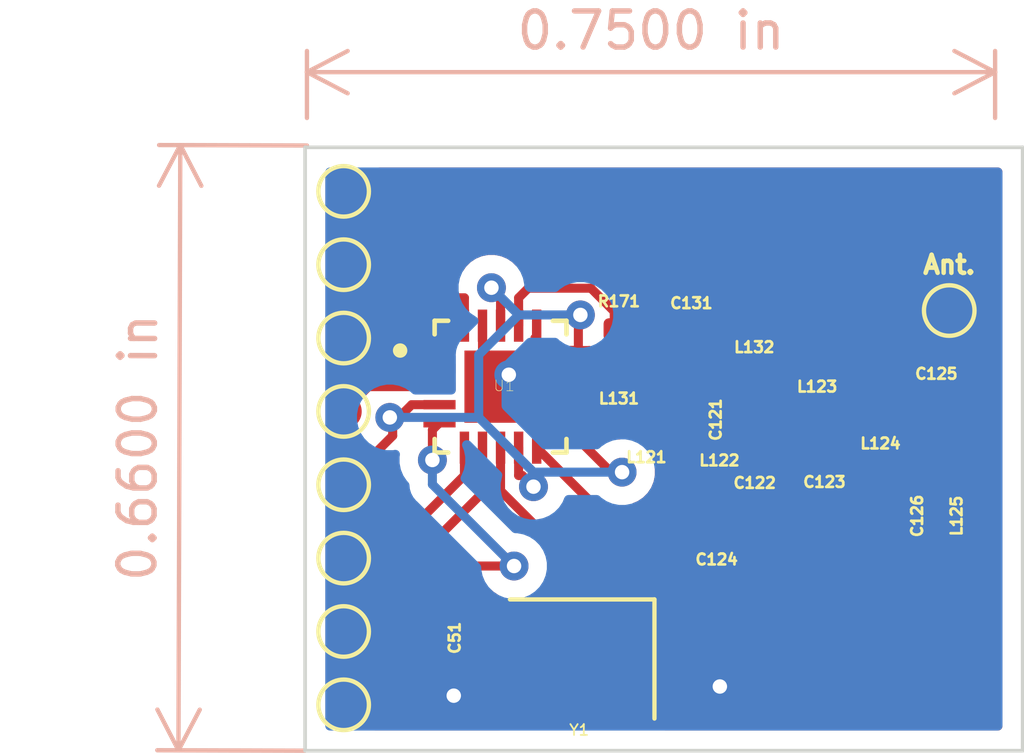
<source format=kicad_pcb>
(kicad_pcb (version 20171130) (host pcbnew "(5.1.5)-3")

  (general
    (thickness 1.6)
    (drawings 6)
    (tracks 109)
    (zones 0)
    (modules 27)
    (nets 23)
  )

  (page A4)
  (layers
    (0 F.Cu signal)
    (31 B.Cu signal)
    (32 B.Adhes user)
    (33 F.Adhes user)
    (34 B.Paste user)
    (35 F.Paste user)
    (36 B.SilkS user)
    (37 F.SilkS user)
    (38 B.Mask user)
    (39 F.Mask user)
    (40 Dwgs.User user hide)
    (41 Cmts.User user)
    (42 Eco1.User user)
    (43 Eco2.User user)
    (44 Edge.Cuts user)
    (45 Margin user)
    (46 B.CrtYd user)
    (47 F.CrtYd user)
    (48 B.Fab user)
    (49 F.Fab user hide)
  )

  (setup
    (last_trace_width 0.25)
    (user_trace_width 0.2)
    (trace_clearance 0.2)
    (zone_clearance 0.508)
    (zone_45_only no)
    (trace_min 0.2)
    (via_size 0.8)
    (via_drill 0.4)
    (via_min_size 0.4)
    (via_min_drill 0.3)
    (uvia_size 0.3)
    (uvia_drill 0.1)
    (uvias_allowed no)
    (uvia_min_size 0.2)
    (uvia_min_drill 0.1)
    (edge_width 0.05)
    (segment_width 0.2)
    (pcb_text_width 0.3)
    (pcb_text_size 1.5 1.5)
    (mod_edge_width 0.12)
    (mod_text_size 1 1)
    (mod_text_width 0.15)
    (pad_size 1.524 1.524)
    (pad_drill 0.762)
    (pad_to_mask_clearance 0.051)
    (solder_mask_min_width 0.25)
    (aux_axis_origin 0 0)
    (visible_elements 7FFFFFFF)
    (pcbplotparams
      (layerselection 0x010fc_ffffffff)
      (usegerberextensions false)
      (usegerberattributes false)
      (usegerberadvancedattributes false)
      (creategerberjobfile false)
      (excludeedgelayer true)
      (linewidth 0.100000)
      (plotframeref false)
      (viasonmask false)
      (mode 1)
      (useauxorigin false)
      (hpglpennumber 1)
      (hpglpenspeed 20)
      (hpglpendiameter 15.000000)
      (psnegative false)
      (psa4output false)
      (plotreference true)
      (plotvalue true)
      (plotinvisibletext false)
      (padsonsilk false)
      (subtractmaskfromsilk false)
      (outputformat 1)
      (mirror false)
      (drillshape 0)
      (scaleselection 1)
      (outputdirectory "gerber/"))
  )

  (net 0 "")
  (net 1 GND)
  (net 2 "Net-(C51-Pad1)")
  (net 3 "Net-(C121-Pad2)")
  (net 4 "Net-(C121-Pad1)")
  (net 5 "Net-(C122-Pad2)")
  (net 6 "Net-(C123-Pad2)")
  (net 7 "Net-(C124-Pad1)")
  (net 8 /SCK)
  (net 9 /CS)
  (net 10 /MOSI)
  (net 11 /MISO)
  (net 12 /GDO0)
  (net 13 VPP)
  (net 14 "Net-(L121-Pad2)")
  (net 15 "Net-(L131-Pad1)")
  (net 16 "Net-(R171-Pad2)")
  (net 17 "Net-(U1-Pad10)")
  (net 18 "Net-(U1-Pad8)")
  (net 19 "Net-(C125-Pad2)")
  (net 20 "Net-(C125-Pad1)")
  (net 21 "Net-(C126-Pad1)")
  (net 22 /GDO2)

  (net_class Default "Dies ist die voreingestellte Netzklasse."
    (clearance 0.2)
    (trace_width 0.25)
    (via_dia 0.8)
    (via_drill 0.4)
    (uvia_dia 0.3)
    (uvia_drill 0.1)
    (add_net /CS)
    (add_net /GDO0)
    (add_net /GDO2)
    (add_net /MISO)
    (add_net /MOSI)
    (add_net /SCK)
    (add_net GND)
    (add_net "Net-(C121-Pad1)")
    (add_net "Net-(C121-Pad2)")
    (add_net "Net-(C122-Pad2)")
    (add_net "Net-(C123-Pad2)")
    (add_net "Net-(C124-Pad1)")
    (add_net "Net-(C125-Pad1)")
    (add_net "Net-(C125-Pad2)")
    (add_net "Net-(C126-Pad1)")
    (add_net "Net-(C51-Pad1)")
    (add_net "Net-(L121-Pad2)")
    (add_net "Net-(L131-Pad1)")
    (add_net "Net-(R171-Pad2)")
    (add_net "Net-(U1-Pad10)")
    (add_net "Net-(U1-Pad8)")
    (add_net VPP)
  )

  (module TestPoint:TestPoint_Pad_D1.0mm (layer F.Cu) (tedit 5A0F774F) (tstamp 5E55AADB)
    (at 54.356 52.578)
    (descr "SMD pad as test Point, diameter 1.0mm")
    (tags "test point SMD pad")
    (path /5E57B834)
    (attr virtual)
    (fp_text reference J10 (at -2.286 0) (layer F.SilkS) hide
      (effects (font (size 0.5 0.5) (thickness 0.125)))
    )
    (fp_text value Conn (at 0 1.55) (layer F.Fab)
      (effects (font (size 1 1) (thickness 0.15)))
    )
    (fp_circle (center 0 0) (end 0 0.7) (layer F.SilkS) (width 0.12))
    (fp_circle (center 0 0) (end 1 0) (layer F.CrtYd) (width 0.05))
    (fp_text user %R (at 0 -1.45) (layer F.Fab)
      (effects (font (size 1 1) (thickness 0.15)))
    )
    (pad 1 smd circle (at 0 0) (size 1 1) (layers F.Cu F.Mask)
      (net 9 /CS))
  )

  (module TestPoint:TestPoint_Pad_D1.0mm (layer F.Cu) (tedit 5A0F774F) (tstamp 5E55AAF0)
    (at 54.356 46.482)
    (descr "SMD pad as test Point, diameter 1.0mm")
    (tags "test point SMD pad")
    (path /5E5840A1)
    (attr virtual)
    (fp_text reference J9 (at -2.286 0) (layer F.SilkS) hide
      (effects (font (size 0.5 0.5) (thickness 0.125)))
    )
    (fp_text value Conn (at 0 1.55) (layer F.Fab)
      (effects (font (size 1 1) (thickness 0.15)))
    )
    (fp_circle (center 0 0) (end 0 0.7) (layer F.SilkS) (width 0.12))
    (fp_circle (center 0 0) (end 1 0) (layer F.CrtYd) (width 0.05))
    (fp_text user %R (at 0 -1.45) (layer F.Fab)
      (effects (font (size 1 1) (thickness 0.15)))
    )
    (pad 1 smd circle (at 0 0) (size 1 1) (layers F.Cu F.Mask)
      (net 22 /GDO2))
  )

  (module TestPoint:TestPoint_Pad_D1.0mm (layer F.Cu) (tedit 5A0F774F) (tstamp 5E55A174)
    (at 54.356 40.386)
    (descr "SMD pad as test Point, diameter 1.0mm")
    (tags "test point SMD pad")
    (path /5E57A748)
    (attr virtual)
    (fp_text reference J8 (at -2.286 0) (layer F.SilkS) hide
      (effects (font (size 0.5 0.5) (thickness 0.125)))
    )
    (fp_text value Conn (at 0 1.55) (layer F.Fab)
      (effects (font (size 1 1) (thickness 0.15)))
    )
    (fp_circle (center 0 0) (end 0 0.7) (layer F.SilkS) (width 0.12))
    (fp_circle (center 0 0) (end 1 0) (layer F.CrtYd) (width 0.05))
    (fp_text user %R (at 0 -1.45) (layer F.Fab)
      (effects (font (size 1 1) (thickness 0.15)))
    )
    (pad 1 smd circle (at 0 0) (size 1 1) (layers F.Cu F.Mask)
      (net 10 /MOSI))
  )

  (module TestPoint:TestPoint_Pad_D1.0mm (layer F.Cu) (tedit 5A0F774F) (tstamp 5E55AB2F)
    (at 54.356 50.546)
    (descr "SMD pad as test Point, diameter 1.0mm")
    (tags "test point SMD pad")
    (path /5E57B602)
    (attr virtual)
    (fp_text reference J7 (at -2.286 0) (layer F.SilkS) hide
      (effects (font (size 0.5 0.5) (thickness 0.125)))
    )
    (fp_text value Conn (at 0 1.55) (layer F.Fab)
      (effects (font (size 1 1) (thickness 0.15)))
    )
    (fp_circle (center 0 0) (end 0 0.7) (layer F.SilkS) (width 0.12))
    (fp_circle (center 0 0) (end 1 0) (layer F.CrtYd) (width 0.05))
    (fp_text user %R (at 0 -1.45) (layer F.Fab)
      (effects (font (size 1 1) (thickness 0.15)))
    )
    (pad 1 smd circle (at 0 0) (size 1 1) (layers F.Cu F.Mask)
      (net 12 /GDO0))
  )

  (module TestPoint:TestPoint_Pad_D1.0mm (layer F.Cu) (tedit 5A0F774F) (tstamp 5E55AB05)
    (at 54.356 44.45)
    (descr "SMD pad as test Point, diameter 1.0mm")
    (tags "test point SMD pad")
    (path /5E57B1F9)
    (attr virtual)
    (fp_text reference J6 (at -2.286 0) (layer F.SilkS) hide
      (effects (font (size 0.5 0.5) (thickness 0.125)))
    )
    (fp_text value Conn (at 0 1.55) (layer F.Fab)
      (effects (font (size 1 1) (thickness 0.15)))
    )
    (fp_circle (center 0 0) (end 0 0.7) (layer F.SilkS) (width 0.12))
    (fp_circle (center 0 0) (end 1 0) (layer F.CrtYd) (width 0.05))
    (fp_text user %R (at 0 -1.45) (layer F.Fab)
      (effects (font (size 1 1) (thickness 0.15)))
    )
    (pad 1 smd circle (at 0 0) (size 1 1) (layers F.Cu F.Mask)
      (net 11 /MISO))
  )

  (module TestPoint:TestPoint_Pad_D1.0mm (layer F.Cu) (tedit 5A0F774F) (tstamp 5E55AB1A)
    (at 54.356 42.418)
    (descr "SMD pad as test Point, diameter 1.0mm")
    (tags "test point SMD pad")
    (path /5E57AF8A)
    (attr virtual)
    (fp_text reference J5 (at -2.286 0) (layer F.SilkS) hide
      (effects (font (size 0.5 0.5) (thickness 0.125)))
    )
    (fp_text value Conn (at 0 1.55) (layer F.Fab)
      (effects (font (size 1 1) (thickness 0.15)))
    )
    (fp_circle (center 0 0) (end 0 0.7) (layer F.SilkS) (width 0.12))
    (fp_circle (center 0 0) (end 1 0) (layer F.CrtYd) (width 0.05))
    (fp_text user %R (at 0 -1.45) (layer F.Fab)
      (effects (font (size 1 1) (thickness 0.15)))
    )
    (pad 1 smd circle (at 0 0) (size 1 1) (layers F.Cu F.Mask)
      (net 8 /SCK))
  )

  (module TestPoint:TestPoint_Pad_D1.0mm (layer F.Cu) (tedit 5A0F774F) (tstamp 5E55AAA1)
    (at 54.356 54.61)
    (descr "SMD pad as test Point, diameter 1.0mm")
    (tags "test point SMD pad")
    (path /5E580EDB)
    (attr virtual)
    (fp_text reference J4 (at -2.286 0) (layer F.SilkS) hide
      (effects (font (size 0.5 0.5) (thickness 0.1)))
    )
    (fp_text value Conn (at 0 1.55) (layer F.Fab)
      (effects (font (size 1 1) (thickness 0.15)))
    )
    (fp_circle (center 0 0) (end 0 0.7) (layer F.SilkS) (width 0.12))
    (fp_circle (center 0 0) (end 1 0) (layer F.CrtYd) (width 0.05))
    (fp_text user %R (at 0 -1.45) (layer F.Fab)
      (effects (font (size 1 1) (thickness 0.15)))
    )
    (pad 1 smd circle (at 0 0) (size 1 1) (layers F.Cu F.Mask)
      (net 1 GND))
  )

  (module TestPoint:TestPoint_Pad_D1.0mm (layer F.Cu) (tedit 5A0F774F) (tstamp 5E551DFB)
    (at 71.12 43.688)
    (descr "SMD pad as test Point, diameter 1.0mm")
    (tags "test point SMD pad")
    (path /5E555F10)
    (attr virtual)
    (fp_text reference Ant. (at 0 -1.27 unlocked) (layer F.SilkS)
      (effects (font (size 0.5 0.5) (thickness 0.125)))
    )
    (fp_text value Ant. (at 0 1.55) (layer F.Fab)
      (effects (font (size 1 1) (thickness 0.15)))
    )
    (fp_circle (center 0 0) (end 0 0.7) (layer F.SilkS) (width 0.12))
    (fp_circle (center 0 0) (end 1 0) (layer F.CrtYd) (width 0.05))
    (fp_text user %R (at 0 -1.45) (layer F.Fab)
      (effects (font (size 1 1) (thickness 0.15)))
    )
    (pad 1 smd circle (at 0 0) (size 1 1) (layers F.Cu F.Mask)
      (net 20 "Net-(C125-Pad1)"))
  )

  (module TestPoint:TestPoint_Pad_D1.0mm (layer F.Cu) (tedit 5A0F774F) (tstamp 5E55A0F0)
    (at 54.356 48.514)
    (descr "SMD pad as test Point, diameter 1.0mm")
    (tags "test point SMD pad")
    (path /5E57BC15)
    (attr virtual)
    (fp_text reference J1 (at -2.286 0) (layer F.SilkS) hide
      (effects (font (size 0.5 0.5) (thickness 0.125)))
    )
    (fp_text value Conn (at 0 1.55) (layer F.Fab)
      (effects (font (size 1 1) (thickness 0.15)))
    )
    (fp_circle (center 0 0) (end 0 0.7) (layer F.SilkS) (width 0.12))
    (fp_circle (center 0 0) (end 1 0) (layer F.CrtYd) (width 0.05))
    (fp_text user %R (at 0 -1.45) (layer F.Fab)
      (effects (font (size 1 1) (thickness 0.15)))
    )
    (pad 1 smd circle (at 0 0) (size 1 1) (layers F.Cu F.Mask)
      (net 13 VPP))
  )

  (module Inductor_SMD:L_0402_1005Metric (layer F.Cu) (tedit 5B301BBE) (tstamp 5E54015F)
    (at 71.247 47.752 270)
    (descr "Inductor SMD 0402 (1005 Metric), square (rectangular) end terminal, IPC_7351 nominal, (Body size source: http://www.tortai-tech.com/upload/download/2011102023233369053.pdf), generated with kicad-footprint-generator")
    (tags inductor)
    (path /5E56F8A2)
    (attr smd)
    (fp_text reference L125 (at 1.6256 -0.0762 90) (layer F.SilkS)
      (effects (font (size 0.3 0.3) (thickness 0.075)))
    )
    (fp_text value 3.3nH (at 0 1.17 90) (layer F.Fab)
      (effects (font (size 1 1) (thickness 0.15)))
    )
    (fp_text user %R (at 0 0 90) (layer F.Fab)
      (effects (font (size 0.25 0.25) (thickness 0.04)))
    )
    (fp_line (start 0.93 0.47) (end -0.93 0.47) (layer F.CrtYd) (width 0.05))
    (fp_line (start 0.93 -0.47) (end 0.93 0.47) (layer F.CrtYd) (width 0.05))
    (fp_line (start -0.93 -0.47) (end 0.93 -0.47) (layer F.CrtYd) (width 0.05))
    (fp_line (start -0.93 0.47) (end -0.93 -0.47) (layer F.CrtYd) (width 0.05))
    (fp_line (start 0.5 0.25) (end -0.5 0.25) (layer F.Fab) (width 0.1))
    (fp_line (start 0.5 -0.25) (end 0.5 0.25) (layer F.Fab) (width 0.1))
    (fp_line (start -0.5 -0.25) (end 0.5 -0.25) (layer F.Fab) (width 0.1))
    (fp_line (start -0.5 0.25) (end -0.5 -0.25) (layer F.Fab) (width 0.1))
    (pad 2 smd roundrect (at 0.485 0 270) (size 0.59 0.64) (layers F.Cu F.Paste F.Mask) (roundrect_rratio 0.25)
      (net 21 "Net-(C126-Pad1)"))
    (pad 1 smd roundrect (at -0.485 0 270) (size 0.59 0.64) (layers F.Cu F.Paste F.Mask) (roundrect_rratio 0.25)
      (net 20 "Net-(C125-Pad1)"))
    (model ${KISYS3DMOD}/Inductor_SMD.3dshapes/L_0402_1005Metric.wrl
      (at (xyz 0 0 0))
      (scale (xyz 1 1 1))
      (rotate (xyz 0 0 0))
    )
  )

  (module Capacitor_SMD:C_0402_1005Metric (layer F.Cu) (tedit 5B301BBE) (tstamp 5E5400A6)
    (at 70.231 47.752 90)
    (descr "Capacitor SMD 0402 (1005 Metric), square (rectangular) end terminal, IPC_7351 nominal, (Body size source: http://www.tortai-tech.com/upload/download/2011102023233369053.pdf), generated with kicad-footprint-generator")
    (tags capacitor)
    (path /5E56EFF1)
    (attr smd)
    (fp_text reference C126 (at -1.6256 0 90) (layer F.SilkS)
      (effects (font (size 0.3 0.3) (thickness 0.075)))
    )
    (fp_text value 47pF (at 0 1.17 90) (layer F.Fab)
      (effects (font (size 1 1) (thickness 0.15)))
    )
    (fp_text user %R (at 0 0 90) (layer F.Fab)
      (effects (font (size 0.25 0.25) (thickness 0.04)))
    )
    (fp_line (start 0.93 0.47) (end -0.93 0.47) (layer F.CrtYd) (width 0.05))
    (fp_line (start 0.93 -0.47) (end 0.93 0.47) (layer F.CrtYd) (width 0.05))
    (fp_line (start -0.93 -0.47) (end 0.93 -0.47) (layer F.CrtYd) (width 0.05))
    (fp_line (start -0.93 0.47) (end -0.93 -0.47) (layer F.CrtYd) (width 0.05))
    (fp_line (start 0.5 0.25) (end -0.5 0.25) (layer F.Fab) (width 0.1))
    (fp_line (start 0.5 -0.25) (end 0.5 0.25) (layer F.Fab) (width 0.1))
    (fp_line (start -0.5 -0.25) (end 0.5 -0.25) (layer F.Fab) (width 0.1))
    (fp_line (start -0.5 0.25) (end -0.5 -0.25) (layer F.Fab) (width 0.1))
    (pad 2 smd roundrect (at 0.485 0 90) (size 0.59 0.64) (layers F.Cu F.Paste F.Mask) (roundrect_rratio 0.25)
      (net 19 "Net-(C125-Pad2)"))
    (pad 1 smd roundrect (at -0.485 0 90) (size 0.59 0.64) (layers F.Cu F.Paste F.Mask) (roundrect_rratio 0.25)
      (net 21 "Net-(C126-Pad1)"))
    (model ${KISYS3DMOD}/Capacitor_SMD.3dshapes/C_0402_1005Metric.wrl
      (at (xyz 0 0 0))
      (scale (xyz 1 1 1))
      (rotate (xyz 0 0 0))
    )
  )

  (module Capacitor_SMD:C_0402_1005Metric (layer F.Cu) (tedit 5B301BBE) (tstamp 5E540097)
    (at 70.7136 46.228 180)
    (descr "Capacitor SMD 0402 (1005 Metric), square (rectangular) end terminal, IPC_7351 nominal, (Body size source: http://www.tortai-tech.com/upload/download/2011102023233369053.pdf), generated with kicad-footprint-generator")
    (tags capacitor)
    (path /5E56E373)
    (attr smd)
    (fp_text reference C125 (at -0.0508 0.7874) (layer F.SilkS)
      (effects (font (size 0.3 0.3) (thickness 0.075)))
    )
    (fp_text value 12pF (at 0 1.17) (layer F.Fab)
      (effects (font (size 1 1) (thickness 0.15)))
    )
    (fp_text user %R (at 0 0) (layer F.Fab)
      (effects (font (size 0.25 0.25) (thickness 0.04)))
    )
    (fp_line (start 0.93 0.47) (end -0.93 0.47) (layer F.CrtYd) (width 0.05))
    (fp_line (start 0.93 -0.47) (end 0.93 0.47) (layer F.CrtYd) (width 0.05))
    (fp_line (start -0.93 -0.47) (end 0.93 -0.47) (layer F.CrtYd) (width 0.05))
    (fp_line (start -0.93 0.47) (end -0.93 -0.47) (layer F.CrtYd) (width 0.05))
    (fp_line (start 0.5 0.25) (end -0.5 0.25) (layer F.Fab) (width 0.1))
    (fp_line (start 0.5 -0.25) (end 0.5 0.25) (layer F.Fab) (width 0.1))
    (fp_line (start -0.5 -0.25) (end 0.5 -0.25) (layer F.Fab) (width 0.1))
    (fp_line (start -0.5 0.25) (end -0.5 -0.25) (layer F.Fab) (width 0.1))
    (pad 2 smd roundrect (at 0.485 0 180) (size 0.59 0.64) (layers F.Cu F.Paste F.Mask) (roundrect_rratio 0.25)
      (net 19 "Net-(C125-Pad2)"))
    (pad 1 smd roundrect (at -0.485 0 180) (size 0.59 0.64) (layers F.Cu F.Paste F.Mask) (roundrect_rratio 0.25)
      (net 20 "Net-(C125-Pad1)"))
    (model ${KISYS3DMOD}/Capacitor_SMD.3dshapes/C_0402_1005Metric.wrl
      (at (xyz 0 0 0))
      (scale (xyz 1 1 1))
      (rotate (xyz 0 0 0))
    )
  )

  (module Crystal:Crystal_SMD_Abracon_ABM8G-4Pin_3.2x2.5mm (layer F.Cu) (tedit 5A0FD1B2) (tstamp 5E53E7CC)
    (at 60.96 53.34 180)
    (descr "Abracon Miniature Ceramic Smd Crystal ABM8G http://www.abracon.com/Resonators/ABM8G.pdf, 3.2x2.5mm^2 package")
    (tags "SMD SMT crystal")
    (path /5E53993B)
    (attr smd)
    (fp_text reference Y1 (at 0.084 -1.9676) (layer F.SilkS)
      (effects (font (size 0.3 0.3) (thickness 0.05)))
    )
    (fp_text value Resonator_Small (at 0 2.45) (layer F.Fab)
      (effects (font (size 1 1) (thickness 0.15)))
    )
    (fp_line (start 2.1 -1.7) (end -2.1 -1.7) (layer F.CrtYd) (width 0.05))
    (fp_line (start 2.1 1.7) (end 2.1 -1.7) (layer F.CrtYd) (width 0.05))
    (fp_line (start -2.1 1.7) (end 2.1 1.7) (layer F.CrtYd) (width 0.05))
    (fp_line (start -2.1 -1.7) (end -2.1 1.7) (layer F.CrtYd) (width 0.05))
    (fp_line (start -2 1.65) (end 2 1.65) (layer F.SilkS) (width 0.12))
    (fp_line (start -2 -1.65) (end -2 1.65) (layer F.SilkS) (width 0.12))
    (fp_line (start -1.6 0.25) (end -0.6 1.25) (layer F.Fab) (width 0.1))
    (fp_line (start -1.6 -1.05) (end -1.4 -1.25) (layer F.Fab) (width 0.1))
    (fp_line (start -1.6 1.05) (end -1.6 -1.05) (layer F.Fab) (width 0.1))
    (fp_line (start -1.4 1.25) (end -1.6 1.05) (layer F.Fab) (width 0.1))
    (fp_line (start 1.4 1.25) (end -1.4 1.25) (layer F.Fab) (width 0.1))
    (fp_line (start 1.6 1.05) (end 1.4 1.25) (layer F.Fab) (width 0.1))
    (fp_line (start 1.6 -1.05) (end 1.6 1.05) (layer F.Fab) (width 0.1))
    (fp_line (start 1.4 -1.25) (end 1.6 -1.05) (layer F.Fab) (width 0.1))
    (fp_line (start -1.4 -1.25) (end 1.4 -1.25) (layer F.Fab) (width 0.1))
    (fp_text user %R (at 0 0) (layer F.Fab)
      (effects (font (size 0.7 0.7) (thickness 0.105)))
    )
    (pad 4 smd rect (at -1.1 -0.85 180) (size 1.4 1.2) (layers F.Cu F.Paste F.Mask))
    (pad 3 smd rect (at 1.1 -0.85 180) (size 1.4 1.2) (layers F.Cu F.Paste F.Mask)
      (net 18 "Net-(U1-Pad8)"))
    (pad 2 smd rect (at 1.1 0.85 180) (size 1.4 1.2) (layers F.Cu F.Paste F.Mask)
      (net 1 GND))
    (pad 1 smd rect (at -1.1 0.85 180) (size 1.4 1.2) (layers F.Cu F.Paste F.Mask)
      (net 17 "Net-(U1-Pad10)"))
    (model ${KISYS3DMOD}/Crystal.3dshapes/Crystal_SMD_Abracon_ABM8G-4Pin_3.2x2.5mm.wrl
      (at (xyz 0 0 0))
      (scale (xyz 1 1 1))
      (rotate (xyz 0 0 0))
    )
  )

  (module additional:QFN50P350X350X100-21N (layer F.Cu) (tedit 5E538A71) (tstamp 5E53E7B4)
    (at 58.6994 45.7962)
    (path /5E538CBB)
    (attr smd)
    (fp_text reference U1 (at 0.1016 -0.0254) (layer F.SilkS)
      (effects (font (size 0.3 0.3) (thickness 0.015)))
    )
    (fp_text value CC1101RTK (at 10.62 4.02) (layer F.Fab)
      (effects (font (size 1 1) (thickness 0.015)))
    )
    (fp_line (start 2.385 2.385) (end 2.385 -2.385) (layer F.CrtYd) (width 0.05))
    (fp_line (start -2.385 2.385) (end -2.385 -2.385) (layer F.CrtYd) (width 0.05))
    (fp_line (start -2.385 -2.385) (end 2.385 -2.385) (layer F.CrtYd) (width 0.05))
    (fp_line (start -2.385 2.385) (end 2.385 2.385) (layer F.CrtYd) (width 0.05))
    (fp_line (start -1.825 -1.825) (end -1.825 -1.45) (layer F.SilkS) (width 0.127))
    (fp_line (start -1.825 1.825) (end -1.825 1.45) (layer F.SilkS) (width 0.127))
    (fp_line (start 1.825 -1.825) (end 1.825 -1.45) (layer F.SilkS) (width 0.127))
    (fp_line (start 1.825 1.825) (end 1.825 1.45) (layer F.SilkS) (width 0.127))
    (fp_line (start -1.825 -1.825) (end -1.45 -1.825) (layer F.SilkS) (width 0.127))
    (fp_line (start -1.825 1.825) (end -1.45 1.825) (layer F.SilkS) (width 0.127))
    (fp_line (start 1.825 -1.825) (end 1.45 -1.825) (layer F.SilkS) (width 0.127))
    (fp_line (start 1.825 1.825) (end 1.45 1.825) (layer F.SilkS) (width 0.127))
    (fp_line (start -1.825 1.825) (end -1.825 -1.825) (layer F.Fab) (width 0.127))
    (fp_line (start 1.825 1.825) (end 1.825 -1.825) (layer F.Fab) (width 0.127))
    (fp_line (start 1.825 -1.825) (end -1.825 -1.825) (layer F.Fab) (width 0.127))
    (fp_line (start 1.825 1.825) (end -1.825 1.825) (layer F.Fab) (width 0.127))
    (fp_circle (center -2.78 -1) (end -2.68 -1) (layer F.Fab) (width 0.2))
    (fp_circle (center -2.78 -1) (end -2.68 -1) (layer F.SilkS) (width 0.2))
    (fp_poly (pts (xy -0.63 -0.63) (xy 0.63 -0.63) (xy 0.63 0.63) (xy -0.63 0.63)) (layer F.Paste) (width 0.01))
    (pad 21 smd rect (at 0 0) (size 2 2) (layers F.Cu F.Mask)
      (net 1 GND))
    (pad 15 smd rect (at 1.69 -1) (size 0.89 0.26) (layers F.Cu F.Paste F.Mask)
      (net 13 VPP))
    (pad 14 smd rect (at 1.69 -0.5) (size 0.89 0.26) (layers F.Cu F.Paste F.Mask)
      (net 13 VPP))
    (pad 13 smd rect (at 1.69 0) (size 0.89 0.26) (layers F.Cu F.Paste F.Mask)
      (net 15 "Net-(L131-Pad1)"))
    (pad 12 smd rect (at 1.69 0.5) (size 0.89 0.26) (layers F.Cu F.Paste F.Mask)
      (net 14 "Net-(L121-Pad2)"))
    (pad 11 smd rect (at 1.69 1) (size 0.89 0.26) (layers F.Cu F.Paste F.Mask)
      (net 13 VPP))
    (pad 5 smd rect (at -1.69 1) (size 0.89 0.26) (layers F.Cu F.Paste F.Mask)
      (net 2 "Net-(C51-Pad1)"))
    (pad 4 smd rect (at -1.69 0.5) (size 0.89 0.26) (layers F.Cu F.Paste F.Mask)
      (net 13 VPP))
    (pad 3 smd rect (at -1.69 0) (size 0.89 0.26) (layers F.Cu F.Paste F.Mask)
      (net 22 /GDO2))
    (pad 2 smd rect (at -1.69 -0.5) (size 0.89 0.26) (layers F.Cu F.Paste F.Mask)
      (net 11 /MISO))
    (pad 1 smd rect (at -1.69 -1) (size 0.89 0.26) (layers F.Cu F.Paste F.Mask)
      (net 8 /SCK))
    (pad 20 smd rect (at -1 -1.69) (size 0.26 0.89) (layers F.Cu F.Paste F.Mask)
      (net 10 /MOSI))
    (pad 19 smd rect (at -0.5 -1.69) (size 0.26 0.89) (layers F.Cu F.Paste F.Mask)
      (net 1 GND))
    (pad 18 smd rect (at 0 -1.69) (size 0.26 0.89) (layers F.Cu F.Paste F.Mask)
      (net 13 VPP))
    (pad 17 smd rect (at 0.5 -1.69) (size 0.26 0.89) (layers F.Cu F.Paste F.Mask)
      (net 16 "Net-(R171-Pad2)"))
    (pad 16 smd rect (at 1 -1.69) (size 0.26 0.89) (layers F.Cu F.Paste F.Mask)
      (net 1 GND))
    (pad 10 smd rect (at 1 1.69) (size 0.26 0.89) (layers F.Cu F.Paste F.Mask)
      (net 17 "Net-(U1-Pad10)"))
    (pad 9 smd rect (at 0.5 1.69) (size 0.26 0.89) (layers F.Cu F.Paste F.Mask)
      (net 13 VPP))
    (pad 8 smd rect (at 0 1.69) (size 0.26 0.89) (layers F.Cu F.Paste F.Mask)
      (net 18 "Net-(U1-Pad8)"))
    (pad 7 smd rect (at -0.5 1.69) (size 0.26 0.89) (layers F.Cu F.Paste F.Mask)
      (net 9 /CS))
    (pad 6 smd rect (at -1 1.69) (size 0.26 0.89) (layers F.Cu F.Paste F.Mask)
      (net 12 /GDO0))
    (model ${KISYS3DMOD}/Package_DFN_QFN.3dshapes/QFN-20-1EP_3x3mm_P0.45mm_EP1.6x1.6mm.wrl
      (at (xyz 0 0 0))
      (scale (xyz 1 1 1))
      (rotate (xyz 0 0 0))
    )
  )

  (module Resistor_SMD:R_0402_1005Metric (layer F.Cu) (tedit 5B301BBD) (tstamp 5E53FD57)
    (at 62.3316 44.2214 180)
    (descr "Resistor SMD 0402 (1005 Metric), square (rectangular) end terminal, IPC_7351 nominal, (Body size source: http://www.tortai-tech.com/upload/download/2011102023233369053.pdf), generated with kicad-footprint-generator")
    (tags resistor)
    (path /5E547262)
    (attr smd)
    (fp_text reference R171 (at 0.3556 0.7874) (layer F.SilkS)
      (effects (font (size 0.3 0.3) (thickness 0.075)))
    )
    (fp_text value 56k (at 0 1.17) (layer F.Fab)
      (effects (font (size 1 1) (thickness 0.15)))
    )
    (fp_text user %R (at 0 0) (layer F.Fab)
      (effects (font (size 0.25 0.25) (thickness 0.04)))
    )
    (fp_line (start 0.93 0.47) (end -0.93 0.47) (layer F.CrtYd) (width 0.05))
    (fp_line (start 0.93 -0.47) (end 0.93 0.47) (layer F.CrtYd) (width 0.05))
    (fp_line (start -0.93 -0.47) (end 0.93 -0.47) (layer F.CrtYd) (width 0.05))
    (fp_line (start -0.93 0.47) (end -0.93 -0.47) (layer F.CrtYd) (width 0.05))
    (fp_line (start 0.5 0.25) (end -0.5 0.25) (layer F.Fab) (width 0.1))
    (fp_line (start 0.5 -0.25) (end 0.5 0.25) (layer F.Fab) (width 0.1))
    (fp_line (start -0.5 -0.25) (end 0.5 -0.25) (layer F.Fab) (width 0.1))
    (fp_line (start -0.5 0.25) (end -0.5 -0.25) (layer F.Fab) (width 0.1))
    (pad 2 smd roundrect (at 0.485 0 180) (size 0.59 0.64) (layers F.Cu F.Paste F.Mask) (roundrect_rratio 0.25)
      (net 16 "Net-(R171-Pad2)"))
    (pad 1 smd roundrect (at -0.485 0 180) (size 0.59 0.64) (layers F.Cu F.Paste F.Mask) (roundrect_rratio 0.25)
      (net 1 GND))
    (model ${KISYS3DMOD}/Resistor_SMD.3dshapes/R_0402_1005Metric.wrl
      (at (xyz 0 0 0))
      (scale (xyz 1 1 1))
      (rotate (xyz 0 0 0))
    )
  )

  (module Inductor_SMD:L_0402_1005Metric (layer F.Cu) (tedit 5B301BBE) (tstamp 5E53E779)
    (at 65.786 45.5676 180)
    (descr "Inductor SMD 0402 (1005 Metric), square (rectangular) end terminal, IPC_7351 nominal, (Body size source: http://www.tortai-tech.com/upload/download/2011102023233369053.pdf), generated with kicad-footprint-generator")
    (tags inductor)
    (path /5E55047F)
    (attr smd)
    (fp_text reference L132 (at 0.0635 0.8636) (layer F.SilkS)
      (effects (font (size 0.3 0.3) (thickness 0.075)))
    )
    (fp_text value 18nH (at 0 1.17) (layer F.Fab)
      (effects (font (size 1 1) (thickness 0.15)))
    )
    (fp_text user %R (at 0 0) (layer F.Fab)
      (effects (font (size 0.25 0.25) (thickness 0.04)))
    )
    (fp_line (start 0.93 0.47) (end -0.93 0.47) (layer F.CrtYd) (width 0.05))
    (fp_line (start 0.93 -0.47) (end 0.93 0.47) (layer F.CrtYd) (width 0.05))
    (fp_line (start -0.93 -0.47) (end 0.93 -0.47) (layer F.CrtYd) (width 0.05))
    (fp_line (start -0.93 0.47) (end -0.93 -0.47) (layer F.CrtYd) (width 0.05))
    (fp_line (start 0.5 0.25) (end -0.5 0.25) (layer F.Fab) (width 0.1))
    (fp_line (start 0.5 -0.25) (end 0.5 0.25) (layer F.Fab) (width 0.1))
    (fp_line (start -0.5 -0.25) (end 0.5 -0.25) (layer F.Fab) (width 0.1))
    (fp_line (start -0.5 0.25) (end -0.5 -0.25) (layer F.Fab) (width 0.1))
    (pad 2 smd roundrect (at 0.485 0 180) (size 0.59 0.64) (layers F.Cu F.Paste F.Mask) (roundrect_rratio 0.25)
      (net 4 "Net-(C121-Pad1)"))
    (pad 1 smd roundrect (at -0.485 0 180) (size 0.59 0.64) (layers F.Cu F.Paste F.Mask) (roundrect_rratio 0.25)
      (net 5 "Net-(C122-Pad2)"))
    (model ${KISYS3DMOD}/Inductor_SMD.3dshapes/L_0402_1005Metric.wrl
      (at (xyz 0 0 0))
      (scale (xyz 1 1 1))
      (rotate (xyz 0 0 0))
    )
  )

  (module Inductor_SMD:L_0402_1005Metric (layer F.Cu) (tedit 5B301BBE) (tstamp 5E53E76A)
    (at 62.3316 45.339)
    (descr "Inductor SMD 0402 (1005 Metric), square (rectangular) end terminal, IPC_7351 nominal, (Body size source: http://www.tortai-tech.com/upload/download/2011102023233369053.pdf), generated with kicad-footprint-generator")
    (tags inductor)
    (path /5E54F964)
    (attr smd)
    (fp_text reference L131 (at -0.3556 0.7874) (layer F.SilkS)
      (effects (font (size 0.3 0.3) (thickness 0.075)))
    )
    (fp_text value 12nH (at 0 1.17) (layer F.Fab)
      (effects (font (size 1 1) (thickness 0.15)))
    )
    (fp_text user %R (at 0 0) (layer F.Fab)
      (effects (font (size 0.25 0.25) (thickness 0.04)))
    )
    (fp_line (start 0.93 0.47) (end -0.93 0.47) (layer F.CrtYd) (width 0.05))
    (fp_line (start 0.93 -0.47) (end 0.93 0.47) (layer F.CrtYd) (width 0.05))
    (fp_line (start -0.93 -0.47) (end 0.93 -0.47) (layer F.CrtYd) (width 0.05))
    (fp_line (start -0.93 0.47) (end -0.93 -0.47) (layer F.CrtYd) (width 0.05))
    (fp_line (start 0.5 0.25) (end -0.5 0.25) (layer F.Fab) (width 0.1))
    (fp_line (start 0.5 -0.25) (end 0.5 0.25) (layer F.Fab) (width 0.1))
    (fp_line (start -0.5 -0.25) (end 0.5 -0.25) (layer F.Fab) (width 0.1))
    (fp_line (start -0.5 0.25) (end -0.5 -0.25) (layer F.Fab) (width 0.1))
    (pad 2 smd roundrect (at 0.485 0) (size 0.59 0.64) (layers F.Cu F.Paste F.Mask) (roundrect_rratio 0.25)
      (net 4 "Net-(C121-Pad1)"))
    (pad 1 smd roundrect (at -0.485 0) (size 0.59 0.64) (layers F.Cu F.Paste F.Mask) (roundrect_rratio 0.25)
      (net 15 "Net-(L131-Pad1)"))
    (model ${KISYS3DMOD}/Inductor_SMD.3dshapes/L_0402_1005Metric.wrl
      (at (xyz 0 0 0))
      (scale (xyz 1 1 1))
      (rotate (xyz 0 0 0))
    )
  )

  (module Inductor_SMD:L_0402_1005Metric (layer F.Cu) (tedit 5B301BBE) (tstamp 5E53E75B)
    (at 68.707 46.609 180)
    (descr "Inductor SMD 0402 (1005 Metric), square (rectangular) end terminal, IPC_7351 nominal, (Body size source: http://www.tortai-tech.com/upload/download/2011102023233369053.pdf), generated with kicad-footprint-generator")
    (tags inductor)
    (path /5E550CDE)
    (attr smd)
    (fp_text reference L124 (at -0.508 -0.762) (layer F.SilkS)
      (effects (font (size 0.3 0.3) (thickness 0.075)))
    )
    (fp_text value 12nH (at 0 1.17) (layer F.Fab) hide
      (effects (font (size 1 1) (thickness 0.15)))
    )
    (fp_text user %R (at 0 0) (layer F.Fab)
      (effects (font (size 0.25 0.25) (thickness 0.04)))
    )
    (fp_line (start 0.93 0.47) (end -0.93 0.47) (layer F.CrtYd) (width 0.05))
    (fp_line (start 0.93 -0.47) (end 0.93 0.47) (layer F.CrtYd) (width 0.05))
    (fp_line (start -0.93 -0.47) (end 0.93 -0.47) (layer F.CrtYd) (width 0.05))
    (fp_line (start -0.93 0.47) (end -0.93 -0.47) (layer F.CrtYd) (width 0.05))
    (fp_line (start 0.5 0.25) (end -0.5 0.25) (layer F.Fab) (width 0.1))
    (fp_line (start 0.5 -0.25) (end 0.5 0.25) (layer F.Fab) (width 0.1))
    (fp_line (start -0.5 -0.25) (end 0.5 -0.25) (layer F.Fab) (width 0.1))
    (fp_line (start -0.5 0.25) (end -0.5 -0.25) (layer F.Fab) (width 0.1))
    (pad 2 smd roundrect (at 0.485 0 180) (size 0.59 0.64) (layers F.Cu F.Paste F.Mask) (roundrect_rratio 0.25)
      (net 6 "Net-(C123-Pad2)"))
    (pad 1 smd roundrect (at -0.485 0 180) (size 0.59 0.64) (layers F.Cu F.Paste F.Mask) (roundrect_rratio 0.25)
      (net 19 "Net-(C125-Pad2)"))
    (model ${KISYS3DMOD}/Inductor_SMD.3dshapes/L_0402_1005Metric.wrl
      (at (xyz 0 0 0))
      (scale (xyz 1 1 1))
      (rotate (xyz 0 0 0))
    )
  )

  (module Inductor_SMD:L_0402_1005Metric (layer F.Cu) (tedit 5B301BBE) (tstamp 5E53EC24)
    (at 66.7512 46.609 180)
    (descr "Inductor SMD 0402 (1005 Metric), square (rectangular) end terminal, IPC_7351 nominal, (Body size source: http://www.tortai-tech.com/upload/download/2011102023233369053.pdf), generated with kicad-footprint-generator")
    (tags inductor)
    (path /5E550936)
    (attr smd)
    (fp_text reference L123 (at -0.7112 0.8128) (layer F.SilkS)
      (effects (font (size 0.3 0.3) (thickness 0.075)))
    )
    (fp_text value 12nH (at 0 1.17) (layer F.Fab)
      (effects (font (size 1 1) (thickness 0.15)))
    )
    (fp_text user %R (at 0 0) (layer F.Fab)
      (effects (font (size 0.25 0.25) (thickness 0.04)))
    )
    (fp_line (start 0.93 0.47) (end -0.93 0.47) (layer F.CrtYd) (width 0.05))
    (fp_line (start 0.93 -0.47) (end 0.93 0.47) (layer F.CrtYd) (width 0.05))
    (fp_line (start -0.93 -0.47) (end 0.93 -0.47) (layer F.CrtYd) (width 0.05))
    (fp_line (start -0.93 0.47) (end -0.93 -0.47) (layer F.CrtYd) (width 0.05))
    (fp_line (start 0.5 0.25) (end -0.5 0.25) (layer F.Fab) (width 0.1))
    (fp_line (start 0.5 -0.25) (end 0.5 0.25) (layer F.Fab) (width 0.1))
    (fp_line (start -0.5 -0.25) (end 0.5 -0.25) (layer F.Fab) (width 0.1))
    (fp_line (start -0.5 0.25) (end -0.5 -0.25) (layer F.Fab) (width 0.1))
    (pad 2 smd roundrect (at 0.485 0 180) (size 0.59 0.64) (layers F.Cu F.Paste F.Mask) (roundrect_rratio 0.25)
      (net 5 "Net-(C122-Pad2)"))
    (pad 1 smd roundrect (at -0.485 0 180) (size 0.59 0.64) (layers F.Cu F.Paste F.Mask) (roundrect_rratio 0.25)
      (net 6 "Net-(C123-Pad2)"))
    (model ${KISYS3DMOD}/Inductor_SMD.3dshapes/L_0402_1005Metric.wrl
      (at (xyz 0 0 0))
      (scale (xyz 1 1 1))
      (rotate (xyz 0 0 0))
    )
  )

  (module Inductor_SMD:L_0402_1005Metric (layer F.Cu) (tedit 5B301BBE) (tstamp 5E53E73D)
    (at 64.7573 48.6537)
    (descr "Inductor SMD 0402 (1005 Metric), square (rectangular) end terminal, IPC_7351 nominal, (Body size source: http://www.tortai-tech.com/upload/download/2011102023233369053.pdf), generated with kicad-footprint-generator")
    (tags inductor)
    (path /5E552B03)
    (attr smd)
    (fp_text reference L122 (at 0 -0.8128) (layer F.SilkS)
      (effects (font (size 0.3 0.3) (thickness 0.075)))
    )
    (fp_text value 18nH (at 0 1.17) (layer F.Fab)
      (effects (font (size 1 1) (thickness 0.15)))
    )
    (fp_text user %R (at 0 0) (layer F.Fab)
      (effects (font (size 0.25 0.25) (thickness 0.04)))
    )
    (fp_line (start 0.93 0.47) (end -0.93 0.47) (layer F.CrtYd) (width 0.05))
    (fp_line (start 0.93 -0.47) (end 0.93 0.47) (layer F.CrtYd) (width 0.05))
    (fp_line (start -0.93 -0.47) (end 0.93 -0.47) (layer F.CrtYd) (width 0.05))
    (fp_line (start -0.93 0.47) (end -0.93 -0.47) (layer F.CrtYd) (width 0.05))
    (fp_line (start 0.5 0.25) (end -0.5 0.25) (layer F.Fab) (width 0.1))
    (fp_line (start 0.5 -0.25) (end 0.5 0.25) (layer F.Fab) (width 0.1))
    (fp_line (start -0.5 -0.25) (end 0.5 -0.25) (layer F.Fab) (width 0.1))
    (fp_line (start -0.5 0.25) (end -0.5 -0.25) (layer F.Fab) (width 0.1))
    (pad 2 smd roundrect (at 0.485 0) (size 0.59 0.64) (layers F.Cu F.Paste F.Mask) (roundrect_rratio 0.25)
      (net 3 "Net-(C121-Pad2)"))
    (pad 1 smd roundrect (at -0.485 0) (size 0.59 0.64) (layers F.Cu F.Paste F.Mask) (roundrect_rratio 0.25)
      (net 7 "Net-(C124-Pad1)"))
    (model ${KISYS3DMOD}/Inductor_SMD.3dshapes/L_0402_1005Metric.wrl
      (at (xyz 0 0 0))
      (scale (xyz 1 1 1))
      (rotate (xyz 0 0 0))
    )
  )

  (module Inductor_SMD:L_0402_1005Metric (layer F.Cu) (tedit 5B301BBE) (tstamp 5E53E72E)
    (at 62.3316 46.9392 180)
    (descr "Inductor SMD 0402 (1005 Metric), square (rectangular) end terminal, IPC_7351 nominal, (Body size source: http://www.tortai-tech.com/upload/download/2011102023233369053.pdf), generated with kicad-footprint-generator")
    (tags inductor)
    (path /5E5523AF)
    (attr smd)
    (fp_text reference L121 (at -0.4064 -0.8128) (layer F.SilkS)
      (effects (font (size 0.3 0.3) (thickness 0.075)))
    )
    (fp_text value 12nH (at 0 1.17) (layer F.Fab)
      (effects (font (size 1 1) (thickness 0.15)))
    )
    (fp_text user %R (at 0 0) (layer F.Fab)
      (effects (font (size 0.25 0.25) (thickness 0.04)))
    )
    (fp_line (start 0.93 0.47) (end -0.93 0.47) (layer F.CrtYd) (width 0.05))
    (fp_line (start 0.93 -0.47) (end 0.93 0.47) (layer F.CrtYd) (width 0.05))
    (fp_line (start -0.93 -0.47) (end 0.93 -0.47) (layer F.CrtYd) (width 0.05))
    (fp_line (start -0.93 0.47) (end -0.93 -0.47) (layer F.CrtYd) (width 0.05))
    (fp_line (start 0.5 0.25) (end -0.5 0.25) (layer F.Fab) (width 0.1))
    (fp_line (start 0.5 -0.25) (end 0.5 0.25) (layer F.Fab) (width 0.1))
    (fp_line (start -0.5 -0.25) (end 0.5 -0.25) (layer F.Fab) (width 0.1))
    (fp_line (start -0.5 0.25) (end -0.5 -0.25) (layer F.Fab) (width 0.1))
    (pad 2 smd roundrect (at 0.485 0 180) (size 0.59 0.64) (layers F.Cu F.Paste F.Mask) (roundrect_rratio 0.25)
      (net 14 "Net-(L121-Pad2)"))
    (pad 1 smd roundrect (at -0.485 0 180) (size 0.59 0.64) (layers F.Cu F.Paste F.Mask) (roundrect_rratio 0.25)
      (net 3 "Net-(C121-Pad2)"))
    (model ${KISYS3DMOD}/Inductor_SMD.3dshapes/L_0402_1005Metric.wrl
      (at (xyz 0 0 0))
      (scale (xyz 1 1 1))
      (rotate (xyz 0 0 0))
    )
  )

  (module Capacitor_SMD:C_0402_1005Metric (layer F.Cu) (tedit 5B301BBE) (tstamp 5E53E6ED)
    (at 63.9064 44.7294 270)
    (descr "Capacitor SMD 0402 (1005 Metric), square (rectangular) end terminal, IPC_7351 nominal, (Body size source: http://www.tortai-tech.com/upload/download/2011102023233369053.pdf), generated with kicad-footprint-generator")
    (tags capacitor)
    (path /5E552857)
    (attr smd)
    (fp_text reference C131 (at -1.2446 -0.0762 180) (layer F.SilkS)
      (effects (font (size 0.3 0.3) (thickness 0.075)))
    )
    (fp_text value 1.5pF (at 0 1.17 90) (layer F.Fab)
      (effects (font (size 1 1) (thickness 0.15)))
    )
    (fp_text user %R (at 0 0 90) (layer F.Fab)
      (effects (font (size 0.25 0.25) (thickness 0.04)))
    )
    (fp_line (start 0.93 0.47) (end -0.93 0.47) (layer F.CrtYd) (width 0.05))
    (fp_line (start 0.93 -0.47) (end 0.93 0.47) (layer F.CrtYd) (width 0.05))
    (fp_line (start -0.93 -0.47) (end 0.93 -0.47) (layer F.CrtYd) (width 0.05))
    (fp_line (start -0.93 0.47) (end -0.93 -0.47) (layer F.CrtYd) (width 0.05))
    (fp_line (start 0.5 0.25) (end -0.5 0.25) (layer F.Fab) (width 0.1))
    (fp_line (start 0.5 -0.25) (end 0.5 0.25) (layer F.Fab) (width 0.1))
    (fp_line (start -0.5 -0.25) (end 0.5 -0.25) (layer F.Fab) (width 0.1))
    (fp_line (start -0.5 0.25) (end -0.5 -0.25) (layer F.Fab) (width 0.1))
    (pad 2 smd roundrect (at 0.485 0 270) (size 0.59 0.64) (layers F.Cu F.Paste F.Mask) (roundrect_rratio 0.25)
      (net 4 "Net-(C121-Pad1)"))
    (pad 1 smd roundrect (at -0.485 0 270) (size 0.59 0.64) (layers F.Cu F.Paste F.Mask) (roundrect_rratio 0.25)
      (net 1 GND))
    (model ${KISYS3DMOD}/Capacitor_SMD.3dshapes/C_0402_1005Metric.wrl
      (at (xyz 0 0 0))
      (scale (xyz 1 1 1))
      (rotate (xyz 0 0 0))
    )
  )

  (module Capacitor_SMD:C_0402_1005Metric (layer F.Cu) (tedit 5B301BBE) (tstamp 5E53EE25)
    (at 64.7573 49.8221)
    (descr "Capacitor SMD 0402 (1005 Metric), square (rectangular) end terminal, IPC_7351 nominal, (Body size source: http://www.tortai-tech.com/upload/download/2011102023233369053.pdf), generated with kicad-footprint-generator")
    (tags capacitor)
    (path /5E553083)
    (attr smd)
    (fp_text reference C124 (at -0.0762 0.762) (layer F.SilkS)
      (effects (font (size 0.3 0.3) (thickness 0.075)))
    )
    (fp_text value 100pF (at 0 1.17) (layer F.Fab)
      (effects (font (size 1 1) (thickness 0.15)))
    )
    (fp_text user %R (at 0 0) (layer F.Fab)
      (effects (font (size 0.25 0.25) (thickness 0.04)))
    )
    (fp_line (start 0.93 0.47) (end -0.93 0.47) (layer F.CrtYd) (width 0.05))
    (fp_line (start 0.93 -0.47) (end 0.93 0.47) (layer F.CrtYd) (width 0.05))
    (fp_line (start -0.93 -0.47) (end 0.93 -0.47) (layer F.CrtYd) (width 0.05))
    (fp_line (start -0.93 0.47) (end -0.93 -0.47) (layer F.CrtYd) (width 0.05))
    (fp_line (start 0.5 0.25) (end -0.5 0.25) (layer F.Fab) (width 0.1))
    (fp_line (start 0.5 -0.25) (end 0.5 0.25) (layer F.Fab) (width 0.1))
    (fp_line (start -0.5 -0.25) (end 0.5 -0.25) (layer F.Fab) (width 0.1))
    (fp_line (start -0.5 0.25) (end -0.5 -0.25) (layer F.Fab) (width 0.1))
    (pad 2 smd roundrect (at 0.485 0) (size 0.59 0.64) (layers F.Cu F.Paste F.Mask) (roundrect_rratio 0.25)
      (net 1 GND))
    (pad 1 smd roundrect (at -0.485 0) (size 0.59 0.64) (layers F.Cu F.Paste F.Mask) (roundrect_rratio 0.25)
      (net 7 "Net-(C124-Pad1)"))
    (model ${KISYS3DMOD}/Capacitor_SMD.3dshapes/C_0402_1005Metric.wrl
      (at (xyz 0 0 0))
      (scale (xyz 1 1 1))
      (rotate (xyz 0 0 0))
    )
  )

  (module Capacitor_SMD:C_0402_1005Metric (layer F.Cu) (tedit 5B301BBE) (tstamp 5E53E6CF)
    (at 67.7164 47.6504)
    (descr "Capacitor SMD 0402 (1005 Metric), square (rectangular) end terminal, IPC_7351 nominal, (Body size source: http://www.tortai-tech.com/upload/download/2011102023233369053.pdf), generated with kicad-footprint-generator")
    (tags capacitor)
    (path /5E550FBC)
    (attr smd)
    (fp_text reference C123 (at -0.0508 0.7874) (layer F.SilkS)
      (effects (font (size 0.3 0.3) (thickness 0.075)))
    )
    (fp_text value 3.3pF (at 0 1.17) (layer F.Fab)
      (effects (font (size 1 1) (thickness 0.15)))
    )
    (fp_text user %R (at 0 0) (layer F.Fab)
      (effects (font (size 0.25 0.25) (thickness 0.04)))
    )
    (fp_line (start 0.93 0.47) (end -0.93 0.47) (layer F.CrtYd) (width 0.05))
    (fp_line (start 0.93 -0.47) (end 0.93 0.47) (layer F.CrtYd) (width 0.05))
    (fp_line (start -0.93 -0.47) (end 0.93 -0.47) (layer F.CrtYd) (width 0.05))
    (fp_line (start -0.93 0.47) (end -0.93 -0.47) (layer F.CrtYd) (width 0.05))
    (fp_line (start 0.5 0.25) (end -0.5 0.25) (layer F.Fab) (width 0.1))
    (fp_line (start 0.5 -0.25) (end 0.5 0.25) (layer F.Fab) (width 0.1))
    (fp_line (start -0.5 -0.25) (end 0.5 -0.25) (layer F.Fab) (width 0.1))
    (fp_line (start -0.5 0.25) (end -0.5 -0.25) (layer F.Fab) (width 0.1))
    (pad 2 smd roundrect (at 0.485 0) (size 0.59 0.64) (layers F.Cu F.Paste F.Mask) (roundrect_rratio 0.25)
      (net 6 "Net-(C123-Pad2)"))
    (pad 1 smd roundrect (at -0.485 0) (size 0.59 0.64) (layers F.Cu F.Paste F.Mask) (roundrect_rratio 0.25)
      (net 1 GND))
    (model ${KISYS3DMOD}/Capacitor_SMD.3dshapes/C_0402_1005Metric.wrl
      (at (xyz 0 0 0))
      (scale (xyz 1 1 1))
      (rotate (xyz 0 0 0))
    )
  )

  (module Capacitor_SMD:C_0402_1005Metric (layer F.Cu) (tedit 5B301BBE) (tstamp 5E53EACC)
    (at 65.7352 47.6504)
    (descr "Capacitor SMD 0402 (1005 Metric), square (rectangular) end terminal, IPC_7351 nominal, (Body size source: http://www.tortai-tech.com/upload/download/2011102023233369053.pdf), generated with kicad-footprint-generator")
    (tags capacitor)
    (path /5E551997)
    (attr smd)
    (fp_text reference C122 (at 0 0.8128) (layer F.SilkS)
      (effects (font (size 0.3 0.3) (thickness 0.075)))
    )
    (fp_text value 1.5pF (at 0 1.17) (layer F.Fab)
      (effects (font (size 1 1) (thickness 0.15)))
    )
    (fp_text user %R (at 0 0) (layer F.Fab)
      (effects (font (size 0.25 0.25) (thickness 0.04)))
    )
    (fp_line (start 0.93 0.47) (end -0.93 0.47) (layer F.CrtYd) (width 0.05))
    (fp_line (start 0.93 -0.47) (end 0.93 0.47) (layer F.CrtYd) (width 0.05))
    (fp_line (start -0.93 -0.47) (end 0.93 -0.47) (layer F.CrtYd) (width 0.05))
    (fp_line (start -0.93 0.47) (end -0.93 -0.47) (layer F.CrtYd) (width 0.05))
    (fp_line (start 0.5 0.25) (end -0.5 0.25) (layer F.Fab) (width 0.1))
    (fp_line (start 0.5 -0.25) (end 0.5 0.25) (layer F.Fab) (width 0.1))
    (fp_line (start -0.5 -0.25) (end 0.5 -0.25) (layer F.Fab) (width 0.1))
    (fp_line (start -0.5 0.25) (end -0.5 -0.25) (layer F.Fab) (width 0.1))
    (pad 2 smd roundrect (at 0.485 0) (size 0.59 0.64) (layers F.Cu F.Paste F.Mask) (roundrect_rratio 0.25)
      (net 5 "Net-(C122-Pad2)"))
    (pad 1 smd roundrect (at -0.485 0) (size 0.59 0.64) (layers F.Cu F.Paste F.Mask) (roundrect_rratio 0.25)
      (net 3 "Net-(C121-Pad2)"))
    (model ${KISYS3DMOD}/Capacitor_SMD.3dshapes/C_0402_1005Metric.wrl
      (at (xyz 0 0 0))
      (scale (xyz 1 1 1))
      (rotate (xyz 0 0 0))
    )
  )

  (module Capacitor_SMD:C_0402_1005Metric (layer F.Cu) (tedit 5B301BBE) (tstamp 5E53EF6D)
    (at 63.9064 46.7614 270)
    (descr "Capacitor SMD 0402 (1005 Metric), square (rectangular) end terminal, IPC_7351 nominal, (Body size source: http://www.tortai-tech.com/upload/download/2011102023233369053.pdf), generated with kicad-footprint-generator")
    (tags capacitor)
    (path /5E552071)
    (attr smd)
    (fp_text reference C121 (at -0.0508 -0.7493 90) (layer F.SilkS)
      (effects (font (size 0.3 0.3) (thickness 0.075)))
    )
    (fp_text value "1.0 pF" (at 0 1.17 90) (layer F.Fab)
      (effects (font (size 1 1) (thickness 0.15)))
    )
    (fp_text user %R (at 0 0 90) (layer F.Fab)
      (effects (font (size 0.25 0.25) (thickness 0.04)))
    )
    (fp_line (start 0.93 0.47) (end -0.93 0.47) (layer F.CrtYd) (width 0.05))
    (fp_line (start 0.93 -0.47) (end 0.93 0.47) (layer F.CrtYd) (width 0.05))
    (fp_line (start -0.93 -0.47) (end 0.93 -0.47) (layer F.CrtYd) (width 0.05))
    (fp_line (start -0.93 0.47) (end -0.93 -0.47) (layer F.CrtYd) (width 0.05))
    (fp_line (start 0.5 0.25) (end -0.5 0.25) (layer F.Fab) (width 0.1))
    (fp_line (start 0.5 -0.25) (end 0.5 0.25) (layer F.Fab) (width 0.1))
    (fp_line (start -0.5 -0.25) (end 0.5 -0.25) (layer F.Fab) (width 0.1))
    (fp_line (start -0.5 0.25) (end -0.5 -0.25) (layer F.Fab) (width 0.1))
    (pad 2 smd roundrect (at 0.485 0 270) (size 0.59 0.64) (layers F.Cu F.Paste F.Mask) (roundrect_rratio 0.25)
      (net 3 "Net-(C121-Pad2)"))
    (pad 1 smd roundrect (at -0.485 0 270) (size 0.59 0.64) (layers F.Cu F.Paste F.Mask) (roundrect_rratio 0.25)
      (net 4 "Net-(C121-Pad1)"))
    (model ${KISYS3DMOD}/Capacitor_SMD.3dshapes/C_0402_1005Metric.wrl
      (at (xyz 0 0 0))
      (scale (xyz 1 1 1))
      (rotate (xyz 0 0 0))
    )
  )

  (module Capacitor_SMD:C_0402_1005Metric (layer F.Cu) (tedit 5B301BBE) (tstamp 5E5531B0)
    (at 57.404 51.308 270)
    (descr "Capacitor SMD 0402 (1005 Metric), square (rectangular) end terminal, IPC_7351 nominal, (Body size source: http://www.tortai-tech.com/upload/download/2011102023233369053.pdf), generated with kicad-footprint-generator")
    (tags capacitor)
    (path /5E545DDD)
    (attr smd)
    (fp_text reference C51 (at 1.4478 -0.0254 90) (layer F.SilkS)
      (effects (font (size 0.3 0.3) (thickness 0.075)))
    )
    (fp_text value 100n (at 0 1.17 90) (layer F.Fab)
      (effects (font (size 1 1) (thickness 0.15)))
    )
    (fp_text user %R (at 0 0 90) (layer F.Fab)
      (effects (font (size 0.25 0.25) (thickness 0.04)))
    )
    (fp_line (start 0.93 0.47) (end -0.93 0.47) (layer F.CrtYd) (width 0.05))
    (fp_line (start 0.93 -0.47) (end 0.93 0.47) (layer F.CrtYd) (width 0.05))
    (fp_line (start -0.93 -0.47) (end 0.93 -0.47) (layer F.CrtYd) (width 0.05))
    (fp_line (start -0.93 0.47) (end -0.93 -0.47) (layer F.CrtYd) (width 0.05))
    (fp_line (start 0.5 0.25) (end -0.5 0.25) (layer F.Fab) (width 0.1))
    (fp_line (start 0.5 -0.25) (end 0.5 0.25) (layer F.Fab) (width 0.1))
    (fp_line (start -0.5 -0.25) (end 0.5 -0.25) (layer F.Fab) (width 0.1))
    (fp_line (start -0.5 0.25) (end -0.5 -0.25) (layer F.Fab) (width 0.1))
    (pad 2 smd roundrect (at 0.485 0 270) (size 0.59 0.64) (layers F.Cu F.Paste F.Mask) (roundrect_rratio 0.25)
      (net 1 GND))
    (pad 1 smd roundrect (at -0.485 0 270) (size 0.59 0.64) (layers F.Cu F.Paste F.Mask) (roundrect_rratio 0.25)
      (net 2 "Net-(C51-Pad1)"))
    (model ${KISYS3DMOD}/Capacitor_SMD.3dshapes/C_0402_1005Metric.wrl
      (at (xyz 0 0 0))
      (scale (xyz 1 1 1))
      (rotate (xyz 0 0 0))
    )
  )

  (dimension 16.764077 (width 0.12) (layer B.SilkS)
    (gr_text "16,764 mm" (at 48.538669 47.483528 89.82637696) (layer B.SilkS)
      (effects (font (size 1 1) (thickness 0.15)))
    )
    (feature1 (pts (xy 53.2892 55.88) (xy 49.196845 55.867599)))
    (feature2 (pts (xy 53.34 39.116) (xy 49.247645 39.103599)))
    (crossbar (pts (xy 49.834063 39.105376) (xy 49.783263 55.869376)))
    (arrow1a (pts (xy 49.783263 55.869376) (xy 49.200259 54.7411)))
    (arrow1b (pts (xy 49.783263 55.869376) (xy 50.373095 54.744654)))
    (arrow2a (pts (xy 49.834063 39.105376) (xy 49.244231 40.230098)))
    (arrow2b (pts (xy 49.834063 39.105376) (xy 50.417067 40.233652)))
  )
  (dimension 19.05 (width 0.12) (layer B.SilkS)
    (gr_text "19,050 mm" (at 62.865 35.814) (layer B.SilkS)
      (effects (font (size 1 1) (thickness 0.15)))
    )
    (feature1 (pts (xy 72.39 38.354) (xy 72.39 36.497579)))
    (feature2 (pts (xy 53.34 38.354) (xy 53.34 36.497579)))
    (crossbar (pts (xy 53.34 37.084) (xy 72.39 37.084)))
    (arrow1a (pts (xy 72.39 37.084) (xy 71.263496 37.670421)))
    (arrow1b (pts (xy 72.39 37.084) (xy 71.263496 36.497579)))
    (arrow2a (pts (xy 53.34 37.084) (xy 54.466504 37.670421)))
    (arrow2b (pts (xy 53.34 37.084) (xy 54.466504 36.497579)))
  )
  (gr_line (start 53.2892 39.1668) (end 73.152 39.1668) (layer Edge.Cuts) (width 0.1) (tstamp 5E55AB3E))
  (gr_line (start 53.2892 55.88) (end 53.2892 39.1668) (layer Edge.Cuts) (width 0.1))
  (gr_line (start 73.152 55.88) (end 53.2892 55.88) (layer Edge.Cuts) (width 0.1))
  (gr_line (start 73.152 39.1668) (end 73.152 55.88) (layer Edge.Cuts) (width 0.1))

  (via (at 58.928 45.466) (size 0.8) (drill 0.4) (layers F.Cu B.Cu) (net 1))
  (segment (start 58.1994 45.2962) (end 58.6994 45.7962) (width 0.25) (layer F.Cu) (net 1))
  (segment (start 58.1994 44.1062) (end 58.1994 45.2962) (width 0.25) (layer F.Cu) (net 1))
  (via (at 57.404 54.356) (size 0.8) (drill 0.4) (layers F.Cu B.Cu) (net 1))
  (via (at 64.77 54.102) (size 0.8) (drill 0.4) (layers F.Cu B.Cu) (net 1))
  (segment (start 59.629401 44.441197) (end 59.629401 44.866199) (width 0.2) (layer F.Cu) (net 1))
  (segment (start 59.6994 44.371198) (end 59.629401 44.441197) (width 0.2) (layer F.Cu) (net 1))
  (segment (start 59.629401 44.866199) (end 58.6994 45.7962) (width 0.2) (layer F.Cu) (net 1))
  (segment (start 59.6994 44.1062) (end 59.6994 44.371198) (width 0.2) (layer F.Cu) (net 1))
  (segment (start 59.0731 50.7646) (end 57.4624 50.7646) (width 0.25) (layer F.Cu) (net 2))
  (segment (start 57.4624 50.7646) (end 57.404 50.823) (width 0.25) (layer F.Cu) (net 2))
  (segment (start 56.8127 47.8279) (end 56.8127 48.5042) (width 0.25) (layer B.Cu) (net 2))
  (segment (start 56.8127 48.5042) (end 59.0731 50.7646) (width 0.25) (layer B.Cu) (net 2))
  (segment (start 57.0094 46.7962) (end 56.8127 46.9929) (width 0.25) (layer F.Cu) (net 2))
  (segment (start 56.8127 46.9929) (end 56.8127 47.8279) (width 0.25) (layer F.Cu) (net 2))
  (via (at 59.0731 50.7646) (size 0.8) (layers F.Cu B.Cu) (net 2))
  (via (at 56.8127 47.8279) (size 0.8) (layers F.Cu B.Cu) (net 2))
  (segment (start 62.8166 46.9392) (end 63.1238 47.2464) (width 0.25) (layer F.Cu) (net 3))
  (segment (start 63.1238 47.2464) (end 63.9064 47.2464) (width 0.25) (layer F.Cu) (net 3))
  (segment (start 65.2423 47.6504) (end 65.2502 47.6504) (width 0.25) (layer F.Cu) (net 3))
  (segment (start 63.9064 47.2464) (end 64.8383 47.2464) (width 0.25) (layer F.Cu) (net 3))
  (segment (start 64.8383 47.2464) (end 65.2423 47.6504) (width 0.25) (layer F.Cu) (net 3))
  (segment (start 65.2423 47.6504) (end 65.2423 48.6537) (width 0.25) (layer F.Cu) (net 3))
  (segment (start 63.9064 45.5676) (end 63.9064 45.4636) (width 0.25) (layer F.Cu) (net 4))
  (segment (start 63.9064 45.4636) (end 63.7818 45.339) (width 0.25) (layer F.Cu) (net 4))
  (segment (start 63.9064 46.2764) (end 63.9064 45.5676) (width 0.25) (layer F.Cu) (net 4))
  (segment (start 63.9064 45.5676) (end 65.301 45.5676) (width 0.25) (layer F.Cu) (net 4))
  (segment (start 63.7818 45.339) (end 63.9064 45.2144) (width 0.25) (layer F.Cu) (net 4))
  (segment (start 62.8166 45.339) (end 63.7818 45.339) (width 0.25) (layer F.Cu) (net 4))
  (segment (start 66.2662 46.609) (end 66.2662 45.5724) (width 0.25) (layer F.Cu) (net 5))
  (segment (start 66.2662 45.5724) (end 66.271 45.5676) (width 0.25) (layer F.Cu) (net 5))
  (segment (start 66.2202 47.6504) (end 66.2662 47.6044) (width 0.25) (layer F.Cu) (net 5))
  (segment (start 66.2662 47.6044) (end 66.2662 46.609) (width 0.25) (layer F.Cu) (net 5))
  (segment (start 68.2014 46.6296) (end 68.222 46.609) (width 0.25) (layer F.Cu) (net 6))
  (segment (start 68.2014 47.6504) (end 68.2014 46.6296) (width 0.25) (layer F.Cu) (net 6))
  (segment (start 68.2014 46.6296) (end 67.2568 46.6296) (width 0.25) (layer F.Cu) (net 6))
  (segment (start 67.2568 46.6296) (end 67.2362 46.609) (width 0.25) (layer F.Cu) (net 6))
  (segment (start 64.2723 49.8221) (end 64.2723 48.6537) (width 0.25) (layer F.Cu) (net 7))
  (segment (start 57.0094 44.7962) (end 56.2391 44.7962) (width 0.25) (layer F.Cu) (net 8))
  (segment (start 56.2391 44.7962) (end 56.2391 44.3011) (width 0.25) (layer F.Cu) (net 8))
  (segment (start 56.2391 44.3011) (end 54.356 42.418) (width 0.25) (layer F.Cu) (net 8))
  (segment (start 58.1994 47.4862) (end 58.1994 48.7346) (width 0.25) (layer F.Cu) (net 9))
  (segment (start 58.1994 48.7346) (end 54.356 52.578) (width 0.25) (layer F.Cu) (net 9))
  (segment (start 57.6994 44.1062) (end 57.6994 43.3359) (width 0.25) (layer F.Cu) (net 10))
  (segment (start 57.6994 43.3359) (end 57.3059 43.3359) (width 0.25) (layer F.Cu) (net 10))
  (segment (start 57.3059 43.3359) (end 54.356 40.386) (width 0.25) (layer F.Cu) (net 10))
  (segment (start 54.356 44.45) (end 55.2022 45.2962) (width 0.25) (layer F.Cu) (net 11))
  (segment (start 55.2022 45.2962) (end 57.0094 45.2962) (width 0.25) (layer F.Cu) (net 11))
  (segment (start 54.356 50.546) (end 55.4099 50.546) (width 0.25) (layer F.Cu) (net 12))
  (segment (start 55.4099 50.546) (end 57.6994 48.2565) (width 0.25) (layer F.Cu) (net 12))
  (segment (start 57.6994 47.4862) (end 57.6994 48.2565) (width 0.25) (layer F.Cu) (net 12))
  (segment (start 58.4469 43.0552) (end 58.6994 43.3077) (width 0.25) (layer F.Cu) (net 13))
  (segment (start 58.6994 43.3077) (end 58.6994 44.1062) (width 0.25) (layer F.Cu) (net 13))
  (segment (start 59.2012 43.8095) (end 58.0948 44.9159) (width 0.25) (layer B.Cu) (net 13))
  (segment (start 58.0948 44.9159) (end 58.0948 46.6481) (width 0.25) (layer B.Cu) (net 13))
  (segment (start 60.9094 43.8095) (end 59.2012 43.8095) (width 0.25) (layer B.Cu) (net 13))
  (segment (start 59.2012 43.8095) (end 58.4469 43.0552) (width 0.25) (layer B.Cu) (net 13))
  (segment (start 60.9094 43.8095) (end 60.8536 43.8653) (width 0.25) (layer F.Cu) (net 13))
  (segment (start 60.8536 43.8653) (end 60.8536 44.7962) (width 0.25) (layer F.Cu) (net 13))
  (segment (start 60.8536 44.7962) (end 61.1597 44.7962) (width 0.25) (layer F.Cu) (net 13))
  (segment (start 60.3894 44.7962) (end 60.8536 44.7962) (width 0.25) (layer F.Cu) (net 13))
  (segment (start 60.3894 45.2962) (end 61.1597 45.2962) (width 0.25) (layer F.Cu) (net 13))
  (segment (start 61.1597 45.2962) (end 61.1597 44.7962) (width 0.25) (layer F.Cu) (net 13))
  (segment (start 58.0948 46.6481) (end 55.6344 46.6481) (width 0.25) (layer B.Cu) (net 13))
  (segment (start 59.611 48.1643) (end 58.0948 46.6481) (width 0.25) (layer B.Cu) (net 13))
  (segment (start 55.7135 46.7272) (end 55.7135 47.1565) (width 0.25) (layer F.Cu) (net 13))
  (segment (start 55.7135 47.1565) (end 54.356 48.514) (width 0.25) (layer F.Cu) (net 13))
  (segment (start 55.6344 46.6481) (end 55.7135 46.7272) (width 0.25) (layer F.Cu) (net 13))
  (segment (start 55.7135 46.7272) (end 55.8081 46.7272) (width 0.25) (layer F.Cu) (net 13))
  (segment (start 55.8081 46.7272) (end 56.2391 46.2962) (width 0.25) (layer F.Cu) (net 13))
  (segment (start 59.611 48.1643) (end 62.0637 48.1643) (width 0.25) (layer B.Cu) (net 13))
  (segment (start 59.611 48.5664) (end 59.611 48.1643) (width 0.25) (layer B.Cu) (net 13))
  (segment (start 62.0637 48.1643) (end 61.7575 48.1643) (width 0.25) (layer F.Cu) (net 13))
  (segment (start 61.7575 48.1643) (end 60.3894 46.7962) (width 0.25) (layer F.Cu) (net 13))
  (segment (start 59.1994 47.4862) (end 59.1994 48.2565) (width 0.25) (layer F.Cu) (net 13))
  (segment (start 59.1994 48.2565) (end 59.3011 48.2565) (width 0.25) (layer F.Cu) (net 13))
  (segment (start 59.3011 48.2565) (end 59.611 48.5664) (width 0.25) (layer F.Cu) (net 13))
  (segment (start 57.0094 46.2962) (end 56.2391 46.2962) (width 0.25) (layer F.Cu) (net 13))
  (via (at 58.4469 43.0552) (size 0.8) (layers F.Cu B.Cu) (net 13))
  (via (at 60.9094 43.8095) (size 0.8) (layers F.Cu B.Cu) (net 13))
  (via (at 55.6344 46.6481) (size 0.8) (layers F.Cu B.Cu) (net 13))
  (via (at 62.0637 48.1643) (size 0.8) (layers F.Cu B.Cu) (net 13))
  (via (at 59.611 48.5664) (size 0.8) (layers F.Cu B.Cu) (net 13))
  (segment (start 60.3894 46.2962) (end 61.2036 46.2962) (width 0.25) (layer F.Cu) (net 14))
  (segment (start 61.2036 46.2962) (end 61.8466 46.9392) (width 0.25) (layer F.Cu) (net 14))
  (segment (start 60.3894 45.7962) (end 61.3894 45.7962) (width 0.25) (layer F.Cu) (net 15))
  (segment (start 61.3894 45.7962) (end 61.8466 45.339) (width 0.25) (layer F.Cu) (net 15))
  (segment (start 59.1994 44.1062) (end 59.1994 43.3359) (width 0.25) (layer F.Cu) (net 16))
  (segment (start 59.1994 43.3359) (end 59.4667 43.0686) (width 0.25) (layer F.Cu) (net 16))
  (segment (start 59.4667 43.0686) (end 61.2005 43.0686) (width 0.25) (layer F.Cu) (net 16))
  (segment (start 61.2005 43.0686) (end 61.8466 43.7147) (width 0.25) (layer F.Cu) (net 16))
  (segment (start 61.8466 43.7147) (end 61.8466 44.2214) (width 0.25) (layer F.Cu) (net 16))
  (segment (start 59.6994 47.4862) (end 62.06 49.8468) (width 0.25) (layer F.Cu) (net 17))
  (segment (start 62.06 49.8468) (end 62.06 52.49) (width 0.25) (layer F.Cu) (net 17))
  (segment (start 58.6994 47.4862) (end 58.6994 48.6805) (width 0.25) (layer F.Cu) (net 18))
  (segment (start 58.6994 48.6805) (end 60.8853 50.8664) (width 0.25) (layer F.Cu) (net 18))
  (segment (start 60.8853 50.8664) (end 60.8853 54.19) (width 0.25) (layer F.Cu) (net 18))
  (segment (start 59.86 54.19) (end 60.8853 54.19) (width 0.25) (layer F.Cu) (net 18))
  (segment (start 69.8476 46.609) (end 70.2286 46.228) (width 0.25) (layer F.Cu) (net 19))
  (segment (start 69.192 46.609) (end 69.8476 46.609) (width 0.25) (layer F.Cu) (net 19))
  (segment (start 69.8476 46.609) (end 69.8476 46.8836) (width 0.25) (layer F.Cu) (net 19))
  (segment (start 69.8476 46.8836) (end 70.231 47.267) (width 0.25) (layer F.Cu) (net 19))
  (segment (start 71.1986 46.228) (end 71.1986 43.7666) (width 0.25) (layer F.Cu) (net 20))
  (segment (start 71.1986 43.7666) (end 71.12 43.688) (width 0.25) (layer F.Cu) (net 20))
  (segment (start 71.247 47.267) (end 71.247 46.2764) (width 0.25) (layer F.Cu) (net 20))
  (segment (start 71.247 46.2764) (end 71.1986 46.228) (width 0.25) (layer F.Cu) (net 20))
  (segment (start 70.231 48.237) (end 71.247 48.237) (width 0.25) (layer F.Cu) (net 21))
  (segment (start 54.356 46.482) (end 55.0418 45.7962) (width 0.25) (layer F.Cu) (net 22))
  (segment (start 55.0418 45.7962) (end 57.0094 45.7962) (width 0.25) (layer F.Cu) (net 22))

  (zone (net 1) (net_name GND) (layer B.Cu) (tstamp 5E58C3BF) (hatch edge 0.508)
    (connect_pads (clearance 0.508))
    (min_thickness 0.254)
    (fill yes (arc_segments 32) (thermal_gap 0.508) (thermal_bridge_width 0.508))
    (polygon
      (pts
        (xy 73.152 55.88) (xy 53.34 55.88) (xy 53.34 39.116) (xy 73.152 39.116)
      )
    )
    (filled_polygon
      (pts
        (xy 72.467001 55.195) (xy 53.9742 55.195) (xy 53.9742 46.546161) (xy 54.5994 46.546161) (xy 54.5994 46.750039)
        (xy 54.639174 46.949998) (xy 54.717195 47.138356) (xy 54.830463 47.307874) (xy 54.974626 47.452037) (xy 55.144144 47.565305)
        (xy 55.332502 47.643326) (xy 55.532461 47.6831) (xy 55.736339 47.6831) (xy 55.788281 47.672768) (xy 55.7777 47.725961)
        (xy 55.7777 47.929839) (xy 55.817474 48.129798) (xy 55.895495 48.318156) (xy 56.008763 48.487674) (xy 56.051617 48.530528)
        (xy 56.0527 48.541522) (xy 56.0527 48.541533) (xy 56.063697 48.653186) (xy 56.092017 48.746545) (xy 56.107154 48.796446)
        (xy 56.177726 48.928476) (xy 56.228772 48.990675) (xy 56.2727 49.044201) (xy 56.301698 49.067999) (xy 58.0381 50.804402)
        (xy 58.0381 50.866539) (xy 58.077874 51.066498) (xy 58.155895 51.254856) (xy 58.269163 51.424374) (xy 58.413326 51.568537)
        (xy 58.582844 51.681805) (xy 58.771202 51.759826) (xy 58.971161 51.7996) (xy 59.175039 51.7996) (xy 59.374998 51.759826)
        (xy 59.563356 51.681805) (xy 59.732874 51.568537) (xy 59.877037 51.424374) (xy 59.990305 51.254856) (xy 60.068326 51.066498)
        (xy 60.1081 50.866539) (xy 60.1081 50.662661) (xy 60.068326 50.462702) (xy 59.990305 50.274344) (xy 59.877037 50.104826)
        (xy 59.732874 49.960663) (xy 59.563356 49.847395) (xy 59.374998 49.769374) (xy 59.175039 49.7296) (xy 59.112902 49.7296)
        (xy 57.71851 48.335209) (xy 57.729905 48.318156) (xy 57.807926 48.129798) (xy 57.8477 47.929839) (xy 57.8477 47.725961)
        (xy 57.807926 47.526002) (xy 57.759089 47.4081) (xy 57.779999 47.4081) (xy 58.621815 48.249917) (xy 58.615774 48.264502)
        (xy 58.576 48.464461) (xy 58.576 48.668339) (xy 58.615774 48.868298) (xy 58.693795 49.056656) (xy 58.807063 49.226174)
        (xy 58.951226 49.370337) (xy 59.120744 49.483605) (xy 59.309102 49.561626) (xy 59.509061 49.6014) (xy 59.712939 49.6014)
        (xy 59.912898 49.561626) (xy 60.101256 49.483605) (xy 60.270774 49.370337) (xy 60.414937 49.226174) (xy 60.528205 49.056656)
        (xy 60.583029 48.9243) (xy 61.359989 48.9243) (xy 61.403926 48.968237) (xy 61.573444 49.081505) (xy 61.761802 49.159526)
        (xy 61.961761 49.1993) (xy 62.165639 49.1993) (xy 62.365598 49.159526) (xy 62.553956 49.081505) (xy 62.723474 48.968237)
        (xy 62.867637 48.824074) (xy 62.980905 48.654556) (xy 63.058926 48.466198) (xy 63.0987 48.266239) (xy 63.0987 48.062361)
        (xy 63.058926 47.862402) (xy 62.980905 47.674044) (xy 62.867637 47.504526) (xy 62.723474 47.360363) (xy 62.553956 47.247095)
        (xy 62.365598 47.169074) (xy 62.165639 47.1293) (xy 61.961761 47.1293) (xy 61.761802 47.169074) (xy 61.573444 47.247095)
        (xy 61.403926 47.360363) (xy 61.359989 47.4043) (xy 59.925802 47.4043) (xy 58.8548 46.333299) (xy 58.8548 45.230701)
        (xy 59.516002 44.5695) (xy 60.205689 44.5695) (xy 60.249626 44.613437) (xy 60.419144 44.726705) (xy 60.607502 44.804726)
        (xy 60.807461 44.8445) (xy 61.011339 44.8445) (xy 61.211298 44.804726) (xy 61.399656 44.726705) (xy 61.569174 44.613437)
        (xy 61.713337 44.469274) (xy 61.826605 44.299756) (xy 61.904626 44.111398) (xy 61.9444 43.911439) (xy 61.9444 43.707561)
        (xy 61.904626 43.507602) (xy 61.826605 43.319244) (xy 61.713337 43.149726) (xy 61.569174 43.005563) (xy 61.399656 42.892295)
        (xy 61.211298 42.814274) (xy 61.011339 42.7745) (xy 60.807461 42.7745) (xy 60.607502 42.814274) (xy 60.419144 42.892295)
        (xy 60.249626 43.005563) (xy 60.205689 43.0495) (xy 59.516002 43.0495) (xy 59.4819 43.015398) (xy 59.4819 42.953261)
        (xy 59.442126 42.753302) (xy 59.364105 42.564944) (xy 59.250837 42.395426) (xy 59.106674 42.251263) (xy 58.937156 42.137995)
        (xy 58.748798 42.059974) (xy 58.548839 42.0202) (xy 58.344961 42.0202) (xy 58.145002 42.059974) (xy 57.956644 42.137995)
        (xy 57.787126 42.251263) (xy 57.642963 42.395426) (xy 57.529695 42.564944) (xy 57.451674 42.753302) (xy 57.4119 42.953261)
        (xy 57.4119 43.157139) (xy 57.451674 43.357098) (xy 57.529695 43.545456) (xy 57.642963 43.714974) (xy 57.787126 43.859137)
        (xy 57.956644 43.972405) (xy 57.961487 43.974411) (xy 57.583802 44.352096) (xy 57.554799 44.375899) (xy 57.499671 44.443074)
        (xy 57.459826 44.491624) (xy 57.447307 44.515046) (xy 57.389254 44.623654) (xy 57.345797 44.766915) (xy 57.3348 44.878568)
        (xy 57.3348 44.878578) (xy 57.331124 44.9159) (xy 57.3348 44.953223) (xy 57.334801 45.8881) (xy 56.338111 45.8881)
        (xy 56.294174 45.844163) (xy 56.124656 45.730895) (xy 55.936298 45.652874) (xy 55.736339 45.6131) (xy 55.532461 45.6131)
        (xy 55.332502 45.652874) (xy 55.144144 45.730895) (xy 54.974626 45.844163) (xy 54.830463 45.988326) (xy 54.717195 46.157844)
        (xy 54.639174 46.346202) (xy 54.5994 46.546161) (xy 53.9742 46.546161) (xy 53.9742 39.8518) (xy 72.467 39.8518)
      )
    )
  )
  (zone (net 1) (net_name GND) (layer F.Cu) (tstamp 5E58C3BC) (hatch edge 0.508)
    (connect_pads (clearance 0.508))
    (min_thickness 0.254)
    (fill yes (arc_segments 32) (thermal_gap 0.508) (thermal_bridge_width 0.508))
    (polygon
      (pts
        (xy 73.152 55.88) (xy 53.34 55.88) (xy 53.34 39.116) (xy 73.152 39.116)
      )
    )
    (filled_polygon
      (pts
        (xy 58.413326 51.568537) (xy 58.563502 51.668881) (xy 58.534188 51.765518) (xy 58.521928 51.89) (xy 58.525 52.20425)
        (xy 58.68375 52.363) (xy 59.733 52.363) (xy 59.733 52.343) (xy 59.987 52.343) (xy 59.987 52.363)
        (xy 60.007 52.363) (xy 60.007 52.617) (xy 59.987 52.617) (xy 59.987 52.637) (xy 59.733 52.637)
        (xy 59.733 52.617) (xy 58.68375 52.617) (xy 58.525 52.77575) (xy 58.521928 53.09) (xy 58.534188 53.214482)
        (xy 58.570498 53.33418) (xy 58.573609 53.34) (xy 58.570498 53.34582) (xy 58.534188 53.465518) (xy 58.521928 53.59)
        (xy 58.521928 54.79) (xy 58.534188 54.914482) (xy 58.570498 55.03418) (xy 58.629463 55.144494) (xy 58.670912 55.195)
        (xy 55.216596 55.195) (xy 55.347588 55.17345) (xy 55.438458 54.969174) (xy 55.487731 54.751095) (xy 55.493511 54.527594)
        (xy 55.455577 54.30726) (xy 55.375387 54.09856) (xy 55.347588 54.04655) (xy 55.134166 54.011439) (xy 54.535605 54.61)
        (xy 54.549748 54.624143) (xy 54.370143 54.803748) (xy 54.356 54.789605) (xy 54.341858 54.803748) (xy 54.162253 54.624143)
        (xy 54.176395 54.61) (xy 54.162253 54.595858) (xy 54.341858 54.416253) (xy 54.356 54.430395) (xy 54.954561 53.831834)
        (xy 54.91945 53.618412) (xy 54.866734 53.594962) (xy 54.893624 53.583824) (xy 55.07952 53.459612) (xy 55.237612 53.30152)
        (xy 55.361824 53.115624) (xy 55.447383 52.909067) (xy 55.491 52.689788) (xy 55.491 52.517801) (xy 55.920801 52.088)
        (xy 56.445928 52.088) (xy 56.458188 52.212482) (xy 56.494498 52.33218) (xy 56.553463 52.442494) (xy 56.632815 52.539185)
        (xy 56.729506 52.618537) (xy 56.83982 52.677502) (xy 56.959518 52.713812) (xy 57.084 52.726072) (xy 57.11825 52.723)
        (xy 57.277 52.56425) (xy 57.277 51.92) (xy 57.531 51.92) (xy 57.531 52.56425) (xy 57.68975 52.723)
        (xy 57.724 52.726072) (xy 57.848482 52.713812) (xy 57.96818 52.677502) (xy 58.078494 52.618537) (xy 58.175185 52.539185)
        (xy 58.254537 52.442494) (xy 58.313502 52.33218) (xy 58.349812 52.212482) (xy 58.362072 52.088) (xy 58.359 52.07875)
        (xy 58.20025 51.92) (xy 57.531 51.92) (xy 57.277 51.92) (xy 56.60775 51.92) (xy 56.449 52.07875)
        (xy 56.445928 52.088) (xy 55.920801 52.088) (xy 56.475276 51.533526) (xy 56.60775 51.666) (xy 56.874237 51.666)
        (xy 56.930875 51.696274) (xy 57.078243 51.740977) (xy 57.2315 51.756072) (xy 57.5765 51.756072) (xy 57.729757 51.740977)
        (xy 57.877125 51.696274) (xy 57.933763 51.666) (xy 58.20025 51.666) (xy 58.34165 51.5246) (xy 58.369389 51.5246)
      )
    )
    (filled_polygon
      (pts
        (xy 72.467001 55.195) (xy 63.249088 55.195) (xy 63.290537 55.144494) (xy 63.349502 55.03418) (xy 63.385812 54.914482)
        (xy 63.398072 54.79) (xy 63.398072 53.59) (xy 63.385812 53.465518) (xy 63.349502 53.34582) (xy 63.346391 53.34)
        (xy 63.349502 53.33418) (xy 63.385812 53.214482) (xy 63.398072 53.09) (xy 63.398072 51.89) (xy 63.385812 51.765518)
        (xy 63.349502 51.64582) (xy 63.290537 51.535506) (xy 63.211185 51.438815) (xy 63.114494 51.359463) (xy 63.00418 51.300498)
        (xy 62.884482 51.264188) (xy 62.82 51.257837) (xy 62.82 49.884133) (xy 62.823677 49.8468) (xy 62.809003 49.697814)
        (xy 62.765546 49.554553) (xy 62.694974 49.422524) (xy 62.69075 49.417377) (xy 62.600001 49.306799) (xy 62.571004 49.283002)
        (xy 62.423531 49.135529) (xy 62.553956 49.081505) (xy 62.723474 48.968237) (xy 62.867637 48.824074) (xy 62.980905 48.654556)
        (xy 63.058926 48.466198) (xy 63.0987 48.266239) (xy 63.0987 48.062361) (xy 63.087591 48.00651) (xy 63.123799 48.010076)
        (xy 63.161122 48.0064) (xy 63.247892 48.0064) (xy 63.29746 48.047079) (xy 63.431955 48.118969) (xy 63.399026 48.180575)
        (xy 63.354323 48.327943) (xy 63.339228 48.4812) (xy 63.339228 48.8262) (xy 63.354323 48.979457) (xy 63.399026 49.126825)
        (xy 63.458397 49.2379) (xy 63.399026 49.348975) (xy 63.354323 49.496343) (xy 63.339228 49.6496) (xy 63.339228 49.9946)
        (xy 63.354323 50.147857) (xy 63.399026 50.295225) (xy 63.471621 50.43104) (xy 63.569317 50.550083) (xy 63.68836 50.647779)
        (xy 63.824175 50.720374) (xy 63.971543 50.765077) (xy 64.1248 50.780172) (xy 64.4198 50.780172) (xy 64.573057 50.765077)
        (xy 64.695984 50.727788) (xy 64.70312 50.731602) (xy 64.822818 50.767912) (xy 64.9473 50.780172) (xy 64.95655 50.7771)
        (xy 65.1153 50.61835) (xy 65.1153 50.351863) (xy 65.145574 50.295225) (xy 65.190277 50.147857) (xy 65.205372 49.9946)
        (xy 65.205372 49.9491) (xy 65.3693 49.9491) (xy 65.3693 50.61835) (xy 65.52805 50.7771) (xy 65.5373 50.780172)
        (xy 65.661782 50.767912) (xy 65.78148 50.731602) (xy 65.891794 50.672637) (xy 65.988485 50.593285) (xy 66.067837 50.496594)
        (xy 66.126802 50.38628) (xy 66.163112 50.266582) (xy 66.175372 50.1421) (xy 66.1723 50.10785) (xy 66.01355 49.9491)
        (xy 65.3693 49.9491) (xy 65.205372 49.9491) (xy 65.205372 49.6751) (xy 65.3693 49.6751) (xy 65.3693 49.6951)
        (xy 66.01355 49.6951) (xy 66.1723 49.53635) (xy 66.175372 49.5021) (xy 66.163112 49.377618) (xy 66.126802 49.25792)
        (xy 66.086152 49.18187) (xy 66.115574 49.126825) (xy 66.160277 48.979457) (xy 66.175372 48.8262) (xy 66.175372 48.608472)
        (xy 66.3677 48.608472) (xy 66.520957 48.593377) (xy 66.668325 48.548674) (xy 66.66977 48.547902) (xy 66.69222 48.559902)
        (xy 66.811918 48.596212) (xy 66.9364 48.608472) (xy 66.94565 48.6054) (xy 67.1044 48.44665) (xy 67.1044 48.087506)
        (xy 67.138177 47.976157) (xy 67.153272 47.8229) (xy 67.153272 47.567072) (xy 67.268328 47.567072) (xy 67.268328 47.8229)
        (xy 67.283423 47.976157) (xy 67.328126 48.123525) (xy 67.3584 48.180163) (xy 67.3584 48.44665) (xy 67.51715 48.6054)
        (xy 67.5264 48.608472) (xy 67.650882 48.596212) (xy 67.77058 48.559902) (xy 67.777716 48.556088) (xy 67.900643 48.593377)
        (xy 68.0539 48.608472) (xy 68.3489 48.608472) (xy 68.502157 48.593377) (xy 68.649525 48.548674) (xy 68.78534 48.476079)
        (xy 68.904383 48.378383) (xy 69.002079 48.25934) (xy 69.074674 48.123525) (xy 69.119377 47.976157) (xy 69.134472 47.8229)
        (xy 69.134472 47.567072) (xy 69.287956 47.567072) (xy 69.288023 47.567757) (xy 69.332726 47.715125) (xy 69.352436 47.752)
        (xy 69.332726 47.788875) (xy 69.288023 47.936243) (xy 69.272928 48.0895) (xy 69.272928 48.3845) (xy 69.288023 48.537757)
        (xy 69.332726 48.685125) (xy 69.405321 48.82094) (xy 69.503017 48.939983) (xy 69.62206 49.037679) (xy 69.757875 49.110274)
        (xy 69.905243 49.154977) (xy 70.0585 49.170072) (xy 70.4035 49.170072) (xy 70.556757 49.154977) (xy 70.704125 49.110274)
        (xy 70.739 49.091633) (xy 70.773875 49.110274) (xy 70.921243 49.154977) (xy 71.0745 49.170072) (xy 71.4195 49.170072)
        (xy 71.572757 49.154977) (xy 71.720125 49.110274) (xy 71.85594 49.037679) (xy 71.974983 48.939983) (xy 72.072679 48.82094)
        (xy 72.145274 48.685125) (xy 72.189977 48.537757) (xy 72.205072 48.3845) (xy 72.205072 48.0895) (xy 72.189977 47.936243)
        (xy 72.145274 47.788875) (xy 72.125564 47.752) (xy 72.145274 47.715125) (xy 72.189977 47.567757) (xy 72.205072 47.4145)
        (xy 72.205072 47.1195) (xy 72.189977 46.966243) (xy 72.145274 46.818875) (xy 72.075661 46.68864) (xy 72.116577 46.553757)
        (xy 72.131672 46.4005) (xy 72.131672 46.0555) (xy 72.116577 45.902243) (xy 72.071874 45.754875) (xy 71.999279 45.61906)
        (xy 71.9586 45.569492) (xy 71.9586 44.454532) (xy 72.001612 44.41152) (xy 72.125824 44.225624) (xy 72.211383 44.019067)
        (xy 72.255 43.799788) (xy 72.255 43.576212) (xy 72.211383 43.356933) (xy 72.125824 43.150376) (xy 72.001612 42.96448)
        (xy 71.84352 42.806388) (xy 71.657624 42.682176) (xy 71.451067 42.596617) (xy 71.231788 42.553) (xy 71.008212 42.553)
        (xy 70.788933 42.596617) (xy 70.582376 42.682176) (xy 70.39648 42.806388) (xy 70.238388 42.96448) (xy 70.114176 43.150376)
        (xy 70.028617 43.356933) (xy 69.985 43.576212) (xy 69.985 43.799788) (xy 70.028617 44.019067) (xy 70.114176 44.225624)
        (xy 70.238388 44.41152) (xy 70.39648 44.569612) (xy 70.438601 44.597756) (xy 70.4386 45.276084) (xy 70.3761 45.269928)
        (xy 70.0811 45.269928) (xy 69.927843 45.285023) (xy 69.780475 45.329726) (xy 69.64466 45.402321) (xy 69.525617 45.500017)
        (xy 69.427921 45.61906) (xy 69.407317 45.657608) (xy 69.3395 45.650928) (xy 69.0445 45.650928) (xy 68.891243 45.666023)
        (xy 68.743875 45.710726) (xy 68.707 45.730436) (xy 68.670125 45.710726) (xy 68.522757 45.666023) (xy 68.3695 45.650928)
        (xy 68.0745 45.650928) (xy 67.921243 45.666023) (xy 67.773875 45.710726) (xy 67.7291 45.734659) (xy 67.684325 45.710726)
        (xy 67.536957 45.666023) (xy 67.3837 45.650928) (xy 67.204072 45.650928) (xy 67.204072 45.3951) (xy 67.188977 45.241843)
        (xy 67.144274 45.094475) (xy 67.071679 44.95866) (xy 66.973983 44.839617) (xy 66.85494 44.741921) (xy 66.719125 44.669326)
        (xy 66.571757 44.624623) (xy 66.4185 44.609528) (xy 66.1235 44.609528) (xy 65.970243 44.624623) (xy 65.822875 44.669326)
        (xy 65.786 44.689036) (xy 65.749125 44.669326) (xy 65.601757 44.624623) (xy 65.4485 44.609528) (xy 65.1535 44.609528)
        (xy 65.000243 44.624623) (xy 64.852875 44.669326) (xy 64.850113 44.670802) (xy 64.852212 44.663882) (xy 64.864472 44.5394)
        (xy 64.8614 44.53015) (xy 64.70265 44.3714) (xy 64.436163 44.3714) (xy 64.379525 44.341126) (xy 64.232157 44.296423)
        (xy 64.0789 44.281328) (xy 63.7339 44.281328) (xy 63.580643 44.296423) (xy 63.433275 44.341126) (xy 63.419666 44.3484)
        (xy 62.9436 44.3484) (xy 62.9436 44.3684) (xy 62.779672 44.3684) (xy 62.779672 44.0489) (xy 62.764577 43.895643)
        (xy 62.719874 43.748275) (xy 62.6896 43.691637) (xy 62.6896 43.42515) (xy 62.9436 43.42515) (xy 62.9436 44.0944)
        (xy 63.08715 44.0944) (xy 63.11015 44.1174) (xy 63.7794 44.1174) (xy 63.7794 43.47315) (xy 64.0334 43.47315)
        (xy 64.0334 44.1174) (xy 64.70265 44.1174) (xy 64.8614 43.95865) (xy 64.864472 43.9494) (xy 64.852212 43.824918)
        (xy 64.815902 43.70522) (xy 64.756937 43.594906) (xy 64.677585 43.498215) (xy 64.580894 43.418863) (xy 64.47058 43.359898)
        (xy 64.350882 43.323588) (xy 64.2264 43.311328) (xy 64.19215 43.3144) (xy 64.0334 43.47315) (xy 63.7794 43.47315)
        (xy 63.62065 43.3144) (xy 63.5864 43.311328) (xy 63.461918 43.323588) (xy 63.408159 43.339896) (xy 63.35578 43.311898)
        (xy 63.236082 43.275588) (xy 63.1116 43.263328) (xy 63.10235 43.2664) (xy 62.9436 43.42515) (xy 62.6896 43.42515)
        (xy 62.53085 43.2664) (xy 62.5216 43.263328) (xy 62.463993 43.269002) (xy 62.410399 43.203696) (xy 62.410395 43.203692)
        (xy 62.386601 43.174699) (xy 62.357609 43.150906) (xy 61.764303 42.557602) (xy 61.740501 42.528599) (xy 61.624776 42.433626)
        (xy 61.492747 42.363054) (xy 61.349486 42.319597) (xy 61.237833 42.3086) (xy 61.237822 42.3086) (xy 61.2005 42.304924)
        (xy 61.163178 42.3086) (xy 59.504022 42.3086) (xy 59.466699 42.304924) (xy 59.429376 42.3086) (xy 59.429367 42.3086)
        (xy 59.317714 42.319597) (xy 59.208222 42.352811) (xy 59.106674 42.251263) (xy 58.937156 42.137995) (xy 58.748798 42.059974)
        (xy 58.548839 42.0202) (xy 58.344961 42.0202) (xy 58.145002 42.059974) (xy 57.956644 42.137995) (xy 57.787126 42.251263)
        (xy 57.642963 42.395426) (xy 57.561759 42.516957) (xy 55.491 40.446199) (xy 55.491 40.274212) (xy 55.447383 40.054933)
        (xy 55.363242 39.8518) (xy 72.467 39.8518)
      )
    )
    (filled_polygon
      (pts
        (xy 58.8264 45.6692) (xy 58.8464 45.6692) (xy 58.8464 45.9232) (xy 58.8264 45.9232) (xy 58.8264 45.9432)
        (xy 58.5724 45.9432) (xy 58.5724 45.9232) (xy 58.5524 45.9232) (xy 58.5524 45.6692) (xy 58.5724 45.6692)
        (xy 58.5724 45.6492) (xy 58.8264 45.6492)
      )
    )
  )
)

</source>
